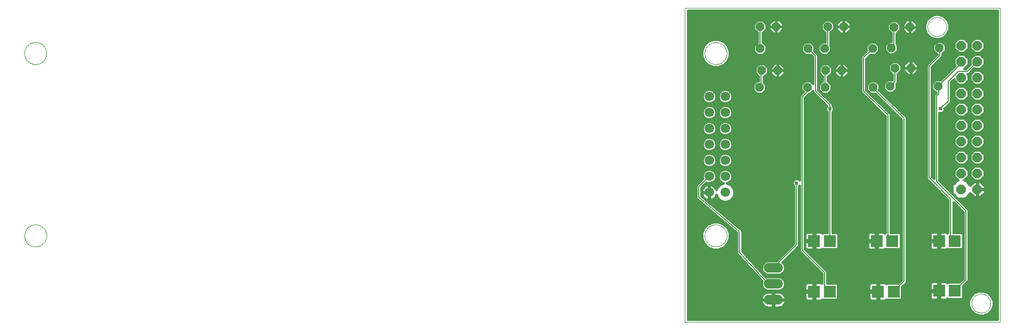
<source format=gtl>
G75*
G70*
%OFA0B0*%
%FSLAX24Y24*%
%IPPOS*%
%LPD*%
%AMOC8*
5,1,8,0,0,1.08239X$1,22.5*
%
%ADD10C,0.0000*%
%ADD11OC8,0.0600*%
%ADD12C,0.0594*%
%ADD13OC8,0.0520*%
%ADD14R,0.0768X0.0768*%
%ADD15C,0.0600*%
%ADD16C,0.0160*%
%ADD17C,0.0060*%
%ADD18C,0.0240*%
D10*
X001798Y006879D02*
X001800Y006931D01*
X001806Y006983D01*
X001816Y007034D01*
X001829Y007084D01*
X001847Y007134D01*
X001868Y007181D01*
X001892Y007227D01*
X001921Y007271D01*
X001952Y007313D01*
X001986Y007352D01*
X002023Y007389D01*
X002063Y007422D01*
X002106Y007453D01*
X002150Y007480D01*
X002196Y007504D01*
X002245Y007524D01*
X002294Y007540D01*
X002345Y007553D01*
X002396Y007562D01*
X002448Y007567D01*
X002500Y007568D01*
X002552Y007565D01*
X002604Y007558D01*
X002655Y007547D01*
X002705Y007533D01*
X002754Y007514D01*
X002801Y007492D01*
X002846Y007467D01*
X002890Y007438D01*
X002931Y007406D01*
X002970Y007371D01*
X003005Y007333D01*
X003038Y007292D01*
X003068Y007250D01*
X003094Y007205D01*
X003117Y007158D01*
X003136Y007109D01*
X003152Y007059D01*
X003164Y007009D01*
X003172Y006957D01*
X003176Y006905D01*
X003176Y006853D01*
X003172Y006801D01*
X003164Y006749D01*
X003152Y006699D01*
X003136Y006649D01*
X003117Y006600D01*
X003094Y006553D01*
X003068Y006508D01*
X003038Y006466D01*
X003005Y006425D01*
X002970Y006387D01*
X002931Y006352D01*
X002890Y006320D01*
X002846Y006291D01*
X002801Y006266D01*
X002754Y006244D01*
X002705Y006225D01*
X002655Y006211D01*
X002604Y006200D01*
X002552Y006193D01*
X002500Y006190D01*
X002448Y006191D01*
X002396Y006196D01*
X002345Y006205D01*
X002294Y006218D01*
X002245Y006234D01*
X002196Y006254D01*
X002150Y006278D01*
X002106Y006305D01*
X002063Y006336D01*
X002023Y006369D01*
X001986Y006406D01*
X001952Y006445D01*
X001921Y006487D01*
X001892Y006531D01*
X001868Y006577D01*
X001847Y006624D01*
X001829Y006674D01*
X001816Y006724D01*
X001806Y006775D01*
X001800Y006827D01*
X001798Y006879D01*
X001798Y018297D02*
X001800Y018349D01*
X001806Y018401D01*
X001816Y018452D01*
X001829Y018502D01*
X001847Y018552D01*
X001868Y018599D01*
X001892Y018645D01*
X001921Y018689D01*
X001952Y018731D01*
X001986Y018770D01*
X002023Y018807D01*
X002063Y018840D01*
X002106Y018871D01*
X002150Y018898D01*
X002196Y018922D01*
X002245Y018942D01*
X002294Y018958D01*
X002345Y018971D01*
X002396Y018980D01*
X002448Y018985D01*
X002500Y018986D01*
X002552Y018983D01*
X002604Y018976D01*
X002655Y018965D01*
X002705Y018951D01*
X002754Y018932D01*
X002801Y018910D01*
X002846Y018885D01*
X002890Y018856D01*
X002931Y018824D01*
X002970Y018789D01*
X003005Y018751D01*
X003038Y018710D01*
X003068Y018668D01*
X003094Y018623D01*
X003117Y018576D01*
X003136Y018527D01*
X003152Y018477D01*
X003164Y018427D01*
X003172Y018375D01*
X003176Y018323D01*
X003176Y018271D01*
X003172Y018219D01*
X003164Y018167D01*
X003152Y018117D01*
X003136Y018067D01*
X003117Y018018D01*
X003094Y017971D01*
X003068Y017926D01*
X003038Y017884D01*
X003005Y017843D01*
X002970Y017805D01*
X002931Y017770D01*
X002890Y017738D01*
X002846Y017709D01*
X002801Y017684D01*
X002754Y017662D01*
X002705Y017643D01*
X002655Y017629D01*
X002604Y017618D01*
X002552Y017611D01*
X002500Y017608D01*
X002448Y017609D01*
X002396Y017614D01*
X002345Y017623D01*
X002294Y017636D01*
X002245Y017652D01*
X002196Y017672D01*
X002150Y017696D01*
X002106Y017723D01*
X002063Y017754D01*
X002023Y017787D01*
X001986Y017824D01*
X001952Y017863D01*
X001921Y017905D01*
X001892Y017949D01*
X001868Y017995D01*
X001847Y018042D01*
X001829Y018092D01*
X001816Y018142D01*
X001806Y018193D01*
X001800Y018245D01*
X001798Y018297D01*
X043087Y021145D02*
X043087Y001460D01*
X062772Y001460D01*
X062772Y021145D01*
X043087Y021145D01*
X044318Y018297D02*
X044320Y018349D01*
X044326Y018401D01*
X044336Y018452D01*
X044349Y018502D01*
X044367Y018552D01*
X044388Y018599D01*
X044412Y018645D01*
X044441Y018689D01*
X044472Y018731D01*
X044506Y018770D01*
X044543Y018807D01*
X044583Y018840D01*
X044626Y018871D01*
X044670Y018898D01*
X044716Y018922D01*
X044765Y018942D01*
X044814Y018958D01*
X044865Y018971D01*
X044916Y018980D01*
X044968Y018985D01*
X045020Y018986D01*
X045072Y018983D01*
X045124Y018976D01*
X045175Y018965D01*
X045225Y018951D01*
X045274Y018932D01*
X045321Y018910D01*
X045366Y018885D01*
X045410Y018856D01*
X045451Y018824D01*
X045490Y018789D01*
X045525Y018751D01*
X045558Y018710D01*
X045588Y018668D01*
X045614Y018623D01*
X045637Y018576D01*
X045656Y018527D01*
X045672Y018477D01*
X045684Y018427D01*
X045692Y018375D01*
X045696Y018323D01*
X045696Y018271D01*
X045692Y018219D01*
X045684Y018167D01*
X045672Y018117D01*
X045656Y018067D01*
X045637Y018018D01*
X045614Y017971D01*
X045588Y017926D01*
X045558Y017884D01*
X045525Y017843D01*
X045490Y017805D01*
X045451Y017770D01*
X045410Y017738D01*
X045366Y017709D01*
X045321Y017684D01*
X045274Y017662D01*
X045225Y017643D01*
X045175Y017629D01*
X045124Y017618D01*
X045072Y017611D01*
X045020Y017608D01*
X044968Y017609D01*
X044916Y017614D01*
X044865Y017623D01*
X044814Y017636D01*
X044765Y017652D01*
X044716Y017672D01*
X044670Y017696D01*
X044626Y017723D01*
X044583Y017754D01*
X044543Y017787D01*
X044506Y017824D01*
X044472Y017863D01*
X044441Y017905D01*
X044412Y017949D01*
X044388Y017995D01*
X044367Y018042D01*
X044349Y018092D01*
X044336Y018142D01*
X044326Y018193D01*
X044320Y018245D01*
X044318Y018297D01*
X058244Y019964D02*
X058246Y020012D01*
X058252Y020060D01*
X058262Y020107D01*
X058275Y020153D01*
X058293Y020198D01*
X058313Y020242D01*
X058338Y020284D01*
X058366Y020323D01*
X058396Y020360D01*
X058430Y020394D01*
X058467Y020426D01*
X058505Y020455D01*
X058546Y020480D01*
X058589Y020502D01*
X058634Y020520D01*
X058680Y020534D01*
X058727Y020545D01*
X058775Y020552D01*
X058823Y020555D01*
X058871Y020554D01*
X058919Y020549D01*
X058967Y020540D01*
X059013Y020528D01*
X059058Y020511D01*
X059102Y020491D01*
X059144Y020468D01*
X059184Y020441D01*
X059222Y020411D01*
X059257Y020378D01*
X059289Y020342D01*
X059319Y020304D01*
X059345Y020263D01*
X059367Y020220D01*
X059387Y020176D01*
X059402Y020131D01*
X059414Y020084D01*
X059422Y020036D01*
X059426Y019988D01*
X059426Y019940D01*
X059422Y019892D01*
X059414Y019844D01*
X059402Y019797D01*
X059387Y019752D01*
X059367Y019708D01*
X059345Y019665D01*
X059319Y019624D01*
X059289Y019586D01*
X059257Y019550D01*
X059222Y019517D01*
X059184Y019487D01*
X059144Y019460D01*
X059102Y019437D01*
X059058Y019417D01*
X059013Y019400D01*
X058967Y019388D01*
X058919Y019379D01*
X058871Y019374D01*
X058823Y019373D01*
X058775Y019376D01*
X058727Y019383D01*
X058680Y019394D01*
X058634Y019408D01*
X058589Y019426D01*
X058546Y019448D01*
X058505Y019473D01*
X058467Y019502D01*
X058430Y019534D01*
X058396Y019568D01*
X058366Y019605D01*
X058338Y019644D01*
X058313Y019686D01*
X058293Y019730D01*
X058275Y019775D01*
X058262Y019821D01*
X058252Y019868D01*
X058246Y019916D01*
X058244Y019964D01*
X044318Y006879D02*
X044320Y006931D01*
X044326Y006983D01*
X044336Y007034D01*
X044349Y007084D01*
X044367Y007134D01*
X044388Y007181D01*
X044412Y007227D01*
X044441Y007271D01*
X044472Y007313D01*
X044506Y007352D01*
X044543Y007389D01*
X044583Y007422D01*
X044626Y007453D01*
X044670Y007480D01*
X044716Y007504D01*
X044765Y007524D01*
X044814Y007540D01*
X044865Y007553D01*
X044916Y007562D01*
X044968Y007567D01*
X045020Y007568D01*
X045072Y007565D01*
X045124Y007558D01*
X045175Y007547D01*
X045225Y007533D01*
X045274Y007514D01*
X045321Y007492D01*
X045366Y007467D01*
X045410Y007438D01*
X045451Y007406D01*
X045490Y007371D01*
X045525Y007333D01*
X045558Y007292D01*
X045588Y007250D01*
X045614Y007205D01*
X045637Y007158D01*
X045656Y007109D01*
X045672Y007059D01*
X045684Y007009D01*
X045692Y006957D01*
X045696Y006905D01*
X045696Y006853D01*
X045692Y006801D01*
X045684Y006749D01*
X045672Y006699D01*
X045656Y006649D01*
X045637Y006600D01*
X045614Y006553D01*
X045588Y006508D01*
X045558Y006466D01*
X045525Y006425D01*
X045490Y006387D01*
X045451Y006352D01*
X045410Y006320D01*
X045366Y006291D01*
X045321Y006266D01*
X045274Y006244D01*
X045225Y006225D01*
X045175Y006211D01*
X045124Y006200D01*
X045072Y006193D01*
X045020Y006190D01*
X044968Y006191D01*
X044916Y006196D01*
X044865Y006205D01*
X044814Y006218D01*
X044765Y006234D01*
X044716Y006254D01*
X044670Y006278D01*
X044626Y006305D01*
X044583Y006336D01*
X044543Y006369D01*
X044506Y006406D01*
X044472Y006445D01*
X044441Y006487D01*
X044412Y006531D01*
X044388Y006577D01*
X044367Y006624D01*
X044349Y006674D01*
X044336Y006724D01*
X044326Y006775D01*
X044320Y006827D01*
X044318Y006879D01*
X061000Y002641D02*
X061002Y002689D01*
X061008Y002737D01*
X061018Y002784D01*
X061031Y002830D01*
X061049Y002875D01*
X061069Y002919D01*
X061094Y002961D01*
X061122Y003000D01*
X061152Y003037D01*
X061186Y003071D01*
X061223Y003103D01*
X061261Y003132D01*
X061302Y003157D01*
X061345Y003179D01*
X061390Y003197D01*
X061436Y003211D01*
X061483Y003222D01*
X061531Y003229D01*
X061579Y003232D01*
X061627Y003231D01*
X061675Y003226D01*
X061723Y003217D01*
X061769Y003205D01*
X061814Y003188D01*
X061858Y003168D01*
X061900Y003145D01*
X061940Y003118D01*
X061978Y003088D01*
X062013Y003055D01*
X062045Y003019D01*
X062075Y002981D01*
X062101Y002940D01*
X062123Y002897D01*
X062143Y002853D01*
X062158Y002808D01*
X062170Y002761D01*
X062178Y002713D01*
X062182Y002665D01*
X062182Y002617D01*
X062178Y002569D01*
X062170Y002521D01*
X062158Y002474D01*
X062143Y002429D01*
X062123Y002385D01*
X062101Y002342D01*
X062075Y002301D01*
X062045Y002263D01*
X062013Y002227D01*
X061978Y002194D01*
X061940Y002164D01*
X061900Y002137D01*
X061858Y002114D01*
X061814Y002094D01*
X061769Y002077D01*
X061723Y002065D01*
X061675Y002056D01*
X061627Y002051D01*
X061579Y002050D01*
X061531Y002053D01*
X061483Y002060D01*
X061436Y002071D01*
X061390Y002085D01*
X061345Y002103D01*
X061302Y002125D01*
X061261Y002150D01*
X061223Y002179D01*
X061186Y002211D01*
X061152Y002245D01*
X061122Y002282D01*
X061094Y002321D01*
X061069Y002363D01*
X061049Y002407D01*
X061031Y002452D01*
X061018Y002498D01*
X061008Y002545D01*
X061002Y002593D01*
X061000Y002641D01*
D11*
X061351Y009781D03*
X060351Y009781D03*
X060351Y010781D03*
X061351Y010781D03*
X061351Y011781D03*
X060351Y011781D03*
X060351Y012781D03*
X061351Y012781D03*
X061351Y013781D03*
X060351Y013781D03*
X060351Y014781D03*
X061351Y014781D03*
X061351Y015781D03*
X060351Y015781D03*
X060351Y016781D03*
X061351Y016781D03*
X061351Y017781D03*
X060351Y017781D03*
X060351Y018781D03*
X061351Y018781D03*
D12*
X045597Y015588D03*
X044597Y015588D03*
X044597Y014588D03*
X045597Y014588D03*
X045597Y013588D03*
X044597Y013588D03*
X044597Y012588D03*
X045597Y012588D03*
X045597Y011588D03*
X044597Y011588D03*
X044597Y010588D03*
X045597Y010588D03*
X045597Y009588D03*
X044597Y009588D03*
D13*
X047747Y016180D03*
X047867Y017220D03*
X048867Y017220D03*
X050747Y016180D03*
X051827Y016180D03*
X051867Y017220D03*
X052867Y017220D03*
X054827Y016180D03*
X055921Y016240D03*
X056192Y017383D03*
X057192Y017383D03*
X058921Y016240D03*
X058990Y018645D03*
X055990Y018645D03*
X054794Y018596D03*
X051794Y018596D03*
X050778Y018589D03*
X047778Y018589D03*
X047776Y019972D03*
X048776Y019972D03*
X051994Y019969D03*
X052994Y019969D03*
X056134Y019948D03*
X057134Y019948D03*
D14*
X056054Y006549D03*
X055070Y006549D03*
X052136Y006549D03*
X051152Y006549D03*
X058962Y006549D03*
X059946Y006549D03*
X059941Y003429D03*
X058957Y003429D03*
X056127Y003380D03*
X055143Y003380D03*
X052127Y003380D03*
X051143Y003380D03*
D15*
X048907Y003860D02*
X048307Y003860D01*
X048307Y002860D02*
X048907Y002860D01*
X048907Y004860D02*
X048307Y004860D01*
D16*
X047926Y004630D02*
X047811Y004630D01*
X047934Y004611D02*
X048058Y004487D01*
X048219Y004420D01*
X048994Y004420D01*
X049156Y004487D01*
X049280Y004611D01*
X049347Y004772D01*
X049347Y004948D01*
X049280Y005109D01*
X049188Y005201D01*
X050117Y006130D01*
X050217Y006230D01*
X050217Y009982D01*
X050237Y010002D01*
X050237Y005910D01*
X050336Y005810D01*
X051637Y004510D01*
X051637Y003908D01*
X051596Y003932D01*
X051550Y003944D01*
X051191Y003944D01*
X051191Y003428D01*
X051095Y003428D01*
X051095Y003944D01*
X050735Y003944D01*
X050689Y003932D01*
X050648Y003908D01*
X050615Y003874D01*
X050591Y003833D01*
X050579Y003788D01*
X050579Y003428D01*
X051095Y003428D01*
X051095Y003332D01*
X051191Y003332D01*
X051191Y002816D01*
X051550Y002816D01*
X051596Y002828D01*
X051637Y002852D01*
X051663Y002878D01*
X051685Y002856D01*
X052569Y002856D01*
X052651Y002938D01*
X052651Y003822D01*
X052569Y003904D01*
X051977Y003904D01*
X051977Y004650D01*
X050577Y006050D01*
X050577Y015510D01*
X050797Y015730D01*
X050847Y015780D01*
X050913Y015780D01*
X051077Y015944D01*
X051077Y015870D01*
X051943Y015004D01*
X051906Y014967D01*
X051867Y014872D01*
X051867Y014768D01*
X051906Y014673D01*
X051957Y014622D01*
X051957Y007072D01*
X051694Y007072D01*
X051672Y007050D01*
X051646Y007076D01*
X051605Y007100D01*
X051560Y007112D01*
X051200Y007112D01*
X051200Y006596D01*
X051104Y006596D01*
X051104Y006501D01*
X050588Y006501D01*
X050588Y006141D01*
X050600Y006095D01*
X050624Y006054D01*
X050658Y006021D01*
X050699Y005997D01*
X050745Y005985D01*
X051104Y005985D01*
X051104Y006501D01*
X051200Y006501D01*
X051200Y005985D01*
X051560Y005985D01*
X051605Y005997D01*
X051646Y006021D01*
X051672Y006047D01*
X051694Y006025D01*
X052578Y006025D01*
X052660Y006107D01*
X052660Y006990D01*
X052578Y007072D01*
X052297Y007072D01*
X052297Y014622D01*
X052347Y014673D01*
X052387Y014768D01*
X052387Y014872D01*
X052347Y014967D01*
X052297Y015018D01*
X052297Y015130D01*
X052197Y015230D01*
X051417Y016010D01*
X051417Y018210D01*
X051317Y018310D01*
X051178Y018449D01*
X051178Y018754D01*
X050944Y018989D01*
X050612Y018989D01*
X050378Y018754D01*
X050378Y018423D01*
X050612Y018189D01*
X050944Y018189D01*
X050951Y018196D01*
X051077Y018070D01*
X051077Y016416D01*
X050913Y016580D01*
X050581Y016580D01*
X050347Y016346D01*
X050347Y016014D01*
X050474Y015887D01*
X050237Y015650D01*
X050237Y010358D01*
X050194Y010400D01*
X050099Y010440D01*
X049995Y010440D01*
X049900Y010400D01*
X049826Y010327D01*
X049787Y010232D01*
X049787Y010128D01*
X049826Y010033D01*
X049877Y009982D01*
X049877Y006370D01*
X048806Y005300D01*
X048219Y005300D01*
X048058Y005233D01*
X047934Y005109D01*
X047867Y004948D01*
X047867Y004772D01*
X047934Y004611D01*
X047956Y004472D02*
X048095Y004472D01*
X048102Y004313D02*
X051637Y004313D01*
X051637Y004155D02*
X049235Y004155D01*
X049280Y004109D02*
X049156Y004233D01*
X048994Y004300D01*
X048219Y004300D01*
X048143Y004268D01*
X046657Y005886D01*
X046657Y007078D01*
X046662Y007084D01*
X046657Y007147D01*
X046657Y007210D01*
X046651Y007216D01*
X046650Y007225D01*
X046602Y007265D01*
X046557Y007310D01*
X046549Y007310D01*
X044097Y009379D01*
X044097Y009870D01*
X044417Y010190D01*
X044511Y010151D01*
X044684Y010151D01*
X044845Y010218D01*
X044968Y010340D01*
X045034Y010501D01*
X045034Y010675D01*
X044968Y010835D01*
X044845Y010958D01*
X044684Y011025D01*
X044511Y011025D01*
X044350Y010958D01*
X044227Y010835D01*
X044161Y010675D01*
X044161Y010501D01*
X044186Y010440D01*
X043856Y010110D01*
X043757Y010010D01*
X043757Y009362D01*
X043752Y009356D01*
X043757Y009293D01*
X043757Y009230D01*
X043763Y009224D01*
X043763Y009215D01*
X043812Y009175D01*
X043856Y009130D01*
X043865Y009130D01*
X046317Y007061D01*
X046317Y005824D01*
X046314Y005757D01*
X046317Y005754D01*
X046317Y005750D01*
X046364Y005702D01*
X047901Y004029D01*
X047867Y003948D01*
X047867Y003772D01*
X047934Y003611D01*
X048058Y003487D01*
X048219Y003420D01*
X048994Y003420D01*
X049156Y003487D01*
X049280Y003611D01*
X049347Y003772D01*
X049347Y003948D01*
X049280Y004109D01*
X049327Y003996D02*
X051637Y003996D01*
X051977Y003996D02*
X056502Y003996D01*
X056410Y003904D02*
X056597Y004090D01*
X056597Y014150D01*
X054966Y015780D01*
X054661Y015780D01*
X054427Y016014D01*
X054427Y016346D01*
X054661Y016580D01*
X054993Y016580D01*
X055227Y016346D01*
X055227Y016014D01*
X055220Y016007D01*
X056937Y014290D01*
X056937Y003950D01*
X056837Y003850D01*
X056651Y003663D01*
X056651Y002938D01*
X056569Y002856D01*
X055685Y002856D01*
X055663Y002878D01*
X055637Y002852D01*
X055596Y002828D01*
X055550Y002816D01*
X055191Y002816D01*
X055191Y003332D01*
X055095Y003332D01*
X055095Y002816D01*
X054735Y002816D01*
X054689Y002828D01*
X054648Y002852D01*
X054615Y002886D01*
X054591Y002927D01*
X054579Y002972D01*
X054579Y003332D01*
X055095Y003332D01*
X055095Y003428D01*
X055095Y003944D01*
X054735Y003944D01*
X054689Y003932D01*
X054648Y003908D01*
X054615Y003874D01*
X054591Y003833D01*
X054579Y003788D01*
X054579Y003428D01*
X055095Y003428D01*
X055191Y003428D01*
X055191Y003944D01*
X055550Y003944D01*
X055596Y003932D01*
X055637Y003908D01*
X055663Y003882D01*
X055685Y003904D01*
X056410Y003904D01*
X056666Y003679D02*
X058393Y003679D01*
X058393Y003836D02*
X058393Y003476D01*
X058909Y003476D01*
X058909Y003381D01*
X058393Y003381D01*
X058393Y003021D01*
X058405Y002975D01*
X058429Y002934D01*
X058462Y002901D01*
X058503Y002877D01*
X058549Y002865D01*
X058909Y002865D01*
X058909Y003381D01*
X059005Y003381D01*
X059005Y002865D01*
X059364Y002865D01*
X059410Y002877D01*
X059451Y002901D01*
X059477Y002927D01*
X059499Y002905D01*
X060383Y002905D01*
X060465Y002987D01*
X060465Y003718D01*
X060717Y003970D01*
X060717Y003970D01*
X060817Y004070D01*
X060817Y008490D01*
X058977Y010330D01*
X058977Y014568D01*
X058995Y014560D01*
X059099Y014560D01*
X059194Y014600D01*
X059267Y014673D01*
X059307Y014768D01*
X059307Y014840D01*
X059697Y015230D01*
X059697Y016470D01*
X059911Y016684D01*
X059911Y016599D01*
X060169Y016341D01*
X060534Y016341D01*
X060791Y016599D01*
X060791Y016963D01*
X060745Y017010D01*
X060797Y017010D01*
X060897Y017110D01*
X061149Y017361D01*
X061169Y017341D01*
X061534Y017341D01*
X061791Y017599D01*
X061791Y017963D01*
X061534Y018221D01*
X061169Y018221D01*
X060911Y017963D01*
X060911Y017605D01*
X060656Y017350D01*
X060543Y017350D01*
X060791Y017599D01*
X060791Y017963D01*
X060534Y018221D01*
X060169Y018221D01*
X059911Y017963D01*
X059911Y017599D01*
X059968Y017542D01*
X059066Y016640D01*
X058755Y016640D01*
X058521Y016405D01*
X058521Y016074D01*
X058755Y015840D01*
X058757Y015840D01*
X058757Y015810D01*
X058637Y015690D01*
X058637Y010470D01*
X058497Y010610D01*
X058497Y017430D01*
X059077Y018010D01*
X059177Y018110D01*
X059177Y018265D01*
X059390Y018479D01*
X059390Y018810D01*
X059156Y019045D01*
X058825Y019045D01*
X058590Y018810D01*
X058590Y018479D01*
X058825Y018245D01*
X058831Y018245D01*
X058157Y017570D01*
X058157Y010470D01*
X058256Y010370D01*
X058256Y010370D01*
X059517Y009110D01*
X059517Y007072D01*
X059504Y007072D01*
X059482Y007050D01*
X059456Y007076D01*
X059415Y007100D01*
X059369Y007112D01*
X059010Y007112D01*
X059010Y006596D01*
X058914Y006596D01*
X058914Y006501D01*
X058398Y006501D01*
X058398Y006141D01*
X058410Y006095D01*
X058434Y006054D01*
X058467Y006021D01*
X058509Y005997D01*
X058554Y005985D01*
X058914Y005985D01*
X058914Y006501D01*
X059010Y006501D01*
X059010Y005985D01*
X059369Y005985D01*
X059415Y005997D01*
X059456Y006021D01*
X059482Y006047D01*
X059504Y006025D01*
X060388Y006025D01*
X060470Y006107D01*
X060470Y006990D01*
X060388Y007072D01*
X059857Y007072D01*
X059857Y008970D01*
X060477Y008350D01*
X060477Y004210D01*
X060219Y003952D01*
X059499Y003952D01*
X059477Y003930D01*
X059451Y003956D01*
X059410Y003980D01*
X059364Y003992D01*
X059005Y003992D01*
X059005Y003476D01*
X058909Y003476D01*
X058909Y003992D01*
X058549Y003992D01*
X058503Y003980D01*
X058462Y003956D01*
X058429Y003923D01*
X058405Y003882D01*
X058393Y003836D01*
X058393Y003838D02*
X056825Y003838D01*
X056937Y003996D02*
X060262Y003996D01*
X060421Y004155D02*
X056937Y004155D01*
X056937Y004313D02*
X060477Y004313D01*
X060477Y004472D02*
X056937Y004472D01*
X056937Y004630D02*
X060477Y004630D01*
X060477Y004789D02*
X056937Y004789D01*
X056937Y004947D02*
X060477Y004947D01*
X060477Y005106D02*
X056937Y005106D01*
X056937Y005264D02*
X060477Y005264D01*
X060477Y005423D02*
X056937Y005423D01*
X056937Y005581D02*
X060477Y005581D01*
X060477Y005740D02*
X056937Y005740D01*
X056937Y005898D02*
X060477Y005898D01*
X060477Y006057D02*
X060420Y006057D01*
X060470Y006215D02*
X060477Y006215D01*
X060470Y006374D02*
X060477Y006374D01*
X060470Y006532D02*
X060477Y006532D01*
X060470Y006691D02*
X060477Y006691D01*
X060470Y006849D02*
X060477Y006849D01*
X060477Y007008D02*
X060453Y007008D01*
X060477Y007166D02*
X059857Y007166D01*
X059857Y007325D02*
X060477Y007325D01*
X060477Y007483D02*
X059857Y007483D01*
X059857Y007642D02*
X060477Y007642D01*
X060477Y007800D02*
X059857Y007800D01*
X059857Y007959D02*
X060477Y007959D01*
X060477Y008117D02*
X059857Y008117D01*
X059857Y008276D02*
X060477Y008276D01*
X060392Y008434D02*
X059857Y008434D01*
X059857Y008593D02*
X060234Y008593D01*
X060075Y008751D02*
X059857Y008751D01*
X059857Y008910D02*
X059917Y008910D01*
X060239Y009068D02*
X062592Y009068D01*
X062592Y008910D02*
X060398Y008910D01*
X060556Y008751D02*
X062592Y008751D01*
X062592Y008593D02*
X060715Y008593D01*
X060817Y008434D02*
X062592Y008434D01*
X062592Y008276D02*
X060817Y008276D01*
X060817Y008117D02*
X062592Y008117D01*
X062592Y007959D02*
X060817Y007959D01*
X060817Y007800D02*
X062592Y007800D01*
X062592Y007642D02*
X060817Y007642D01*
X060817Y007483D02*
X062592Y007483D01*
X062592Y007325D02*
X060817Y007325D01*
X060817Y007166D02*
X062592Y007166D01*
X062592Y007008D02*
X060817Y007008D01*
X060817Y006849D02*
X062592Y006849D01*
X062592Y006691D02*
X060817Y006691D01*
X060817Y006532D02*
X062592Y006532D01*
X062592Y006374D02*
X060817Y006374D01*
X060817Y006215D02*
X062592Y006215D01*
X062592Y006057D02*
X060817Y006057D01*
X060817Y005898D02*
X062592Y005898D01*
X062592Y005740D02*
X060817Y005740D01*
X060817Y005581D02*
X062592Y005581D01*
X062592Y005423D02*
X060817Y005423D01*
X060817Y005264D02*
X062592Y005264D01*
X062592Y005106D02*
X060817Y005106D01*
X060817Y004947D02*
X062592Y004947D01*
X062592Y004789D02*
X060817Y004789D01*
X060817Y004630D02*
X062592Y004630D01*
X062592Y004472D02*
X060817Y004472D01*
X060817Y004313D02*
X062592Y004313D01*
X062592Y004155D02*
X060817Y004155D01*
X060743Y003996D02*
X062592Y003996D01*
X062592Y003838D02*
X060585Y003838D01*
X060465Y003679D02*
X062592Y003679D01*
X062592Y003521D02*
X060465Y003521D01*
X060465Y003362D02*
X061318Y003362D01*
X061438Y003412D02*
X061154Y003294D01*
X060938Y003078D01*
X060820Y002794D01*
X060820Y002488D01*
X060938Y002205D01*
X061154Y001988D01*
X061438Y001871D01*
X061744Y001871D01*
X062027Y001988D01*
X062244Y002205D01*
X062361Y002488D01*
X062361Y002794D01*
X062244Y003078D01*
X062027Y003294D01*
X061744Y003412D01*
X061438Y003412D01*
X061064Y003204D02*
X060465Y003204D01*
X060465Y003045D02*
X060924Y003045D01*
X060858Y002887D02*
X059427Y002887D01*
X059005Y002887D02*
X058909Y002887D01*
X058909Y003045D02*
X059005Y003045D01*
X059005Y003204D02*
X058909Y003204D01*
X058909Y003362D02*
X059005Y003362D01*
X059005Y003521D02*
X058909Y003521D01*
X058909Y003679D02*
X059005Y003679D01*
X059005Y003838D02*
X058909Y003838D01*
X058393Y003521D02*
X056651Y003521D01*
X056651Y003362D02*
X058393Y003362D01*
X058393Y003204D02*
X056651Y003204D01*
X056651Y003045D02*
X058393Y003045D01*
X058487Y002887D02*
X056599Y002887D01*
X055191Y002887D02*
X055095Y002887D01*
X055095Y003045D02*
X055191Y003045D01*
X055191Y003204D02*
X055095Y003204D01*
X055095Y003362D02*
X052651Y003362D01*
X052651Y003204D02*
X054579Y003204D01*
X054579Y003045D02*
X052651Y003045D01*
X052599Y002887D02*
X054614Y002887D01*
X054579Y003521D02*
X052651Y003521D01*
X052651Y003679D02*
X054579Y003679D01*
X054593Y003838D02*
X052635Y003838D01*
X051977Y004155D02*
X056597Y004155D01*
X056597Y004313D02*
X051977Y004313D01*
X051977Y004472D02*
X056597Y004472D01*
X056597Y004630D02*
X051977Y004630D01*
X051839Y004789D02*
X056597Y004789D01*
X056597Y004947D02*
X051680Y004947D01*
X051522Y005106D02*
X056597Y005106D01*
X056597Y005264D02*
X051363Y005264D01*
X051205Y005423D02*
X056597Y005423D01*
X056597Y005581D02*
X051046Y005581D01*
X050888Y005740D02*
X056597Y005740D01*
X056597Y005898D02*
X050729Y005898D01*
X050623Y006057D02*
X050577Y006057D01*
X050577Y006215D02*
X050588Y006215D01*
X050577Y006374D02*
X050588Y006374D01*
X050577Y006532D02*
X051104Y006532D01*
X051104Y006596D02*
X050588Y006596D01*
X050588Y006956D01*
X050600Y007002D01*
X050624Y007043D01*
X050658Y007076D01*
X050699Y007100D01*
X050745Y007112D01*
X051104Y007112D01*
X051104Y006596D01*
X051104Y006691D02*
X051200Y006691D01*
X051200Y006849D02*
X051104Y006849D01*
X051104Y007008D02*
X051200Y007008D01*
X050604Y007008D02*
X050577Y007008D01*
X050577Y007166D02*
X051957Y007166D01*
X051957Y007325D02*
X050577Y007325D01*
X050577Y007483D02*
X051957Y007483D01*
X051957Y007642D02*
X050577Y007642D01*
X050577Y007800D02*
X051957Y007800D01*
X051957Y007959D02*
X050577Y007959D01*
X050577Y008117D02*
X051957Y008117D01*
X051957Y008276D02*
X050577Y008276D01*
X050577Y008434D02*
X051957Y008434D01*
X051957Y008593D02*
X050577Y008593D01*
X050577Y008751D02*
X051957Y008751D01*
X051957Y008910D02*
X050577Y008910D01*
X050577Y009068D02*
X051957Y009068D01*
X051957Y009227D02*
X050577Y009227D01*
X050577Y009385D02*
X051957Y009385D01*
X051957Y009544D02*
X050577Y009544D01*
X050577Y009702D02*
X051957Y009702D01*
X051957Y009861D02*
X050577Y009861D01*
X050577Y010019D02*
X051957Y010019D01*
X051957Y010178D02*
X050577Y010178D01*
X050577Y010336D02*
X051957Y010336D01*
X051957Y010495D02*
X050577Y010495D01*
X050577Y010653D02*
X051957Y010653D01*
X051957Y010812D02*
X050577Y010812D01*
X050577Y010970D02*
X051957Y010970D01*
X051957Y011129D02*
X050577Y011129D01*
X050577Y011287D02*
X051957Y011287D01*
X051957Y011446D02*
X050577Y011446D01*
X050577Y011604D02*
X051957Y011604D01*
X051957Y011763D02*
X050577Y011763D01*
X050577Y011921D02*
X051957Y011921D01*
X051957Y012080D02*
X050577Y012080D01*
X050577Y012238D02*
X051957Y012238D01*
X051957Y012397D02*
X050577Y012397D01*
X050577Y012555D02*
X051957Y012555D01*
X051957Y012714D02*
X050577Y012714D01*
X050577Y012872D02*
X051957Y012872D01*
X051957Y013031D02*
X050577Y013031D01*
X050577Y013189D02*
X051957Y013189D01*
X051957Y013348D02*
X050577Y013348D01*
X050577Y013506D02*
X051957Y013506D01*
X051957Y013665D02*
X050577Y013665D01*
X050577Y013823D02*
X051957Y013823D01*
X051957Y013982D02*
X050577Y013982D01*
X050577Y014140D02*
X051957Y014140D01*
X051957Y014299D02*
X050577Y014299D01*
X050577Y014457D02*
X051957Y014457D01*
X051957Y014616D02*
X050577Y014616D01*
X050577Y014774D02*
X051867Y014774D01*
X051892Y014933D02*
X050577Y014933D01*
X050577Y015091D02*
X051855Y015091D01*
X051697Y015250D02*
X050577Y015250D01*
X050577Y015408D02*
X051538Y015408D01*
X051380Y015567D02*
X050634Y015567D01*
X050792Y015725D02*
X051221Y015725D01*
X051077Y015884D02*
X051016Y015884D01*
X051417Y016042D02*
X051427Y016042D01*
X051427Y016014D02*
X051661Y015780D01*
X051993Y015780D01*
X052227Y016014D01*
X052227Y016346D01*
X052017Y016556D01*
X052017Y016820D01*
X052033Y016820D01*
X052267Y017054D01*
X052267Y017386D01*
X052033Y017620D01*
X051701Y017620D01*
X051467Y017386D01*
X051467Y017054D01*
X051677Y016844D01*
X051677Y016580D01*
X051661Y016580D01*
X051427Y016346D01*
X051427Y016014D01*
X051544Y015884D02*
X051558Y015884D01*
X051702Y015725D02*
X054221Y015725D01*
X054176Y015770D02*
X055597Y014350D01*
X055597Y007057D01*
X055590Y007050D01*
X055564Y007076D01*
X055523Y007100D01*
X055477Y007112D01*
X055118Y007112D01*
X055118Y006596D01*
X055022Y006596D01*
X055022Y006501D01*
X054506Y006501D01*
X054506Y006141D01*
X054518Y006095D01*
X054542Y006054D01*
X054575Y006021D01*
X054616Y005997D01*
X054662Y005985D01*
X055022Y005985D01*
X055022Y006501D01*
X055118Y006501D01*
X055118Y005985D01*
X055477Y005985D01*
X055523Y005997D01*
X055564Y006021D01*
X055590Y006047D01*
X055612Y006025D01*
X056496Y006025D01*
X056578Y006107D01*
X056578Y006990D01*
X056496Y007072D01*
X055937Y007072D01*
X055937Y014490D01*
X054417Y016010D01*
X054417Y017950D01*
X054664Y018196D01*
X054960Y018196D01*
X055194Y018431D01*
X055194Y018762D01*
X054960Y018996D01*
X054628Y018996D01*
X054394Y018762D01*
X054394Y018431D01*
X054405Y018419D01*
X054077Y018090D01*
X054077Y015870D01*
X054176Y015770D01*
X054077Y015884D02*
X052096Y015884D01*
X052227Y016042D02*
X054077Y016042D01*
X054077Y016201D02*
X052227Y016201D01*
X052214Y016359D02*
X054077Y016359D01*
X054077Y016518D02*
X052055Y016518D01*
X052017Y016676D02*
X054077Y016676D01*
X054077Y016835D02*
X053104Y016835D01*
X053049Y016780D02*
X053307Y017038D01*
X053307Y017220D01*
X053307Y017402D01*
X053049Y017660D01*
X052867Y017660D01*
X052867Y017220D01*
X053307Y017220D01*
X052867Y017220D01*
X052867Y017220D01*
X052867Y016780D01*
X053049Y016780D01*
X052867Y016780D02*
X052867Y017220D01*
X052867Y017220D01*
X052867Y017220D01*
X052867Y017660D01*
X052685Y017660D01*
X052427Y017402D01*
X052427Y017220D01*
X052427Y017038D01*
X052685Y016780D01*
X052867Y016780D01*
X052867Y016835D02*
X052867Y016835D01*
X052867Y016993D02*
X052867Y016993D01*
X052867Y017152D02*
X052867Y017152D01*
X052867Y017220D02*
X052427Y017220D01*
X052867Y017220D01*
X052867Y017220D01*
X052867Y017310D02*
X052867Y017310D01*
X052867Y017469D02*
X052867Y017469D01*
X052867Y017627D02*
X052867Y017627D01*
X053082Y017627D02*
X054077Y017627D01*
X054077Y017469D02*
X053241Y017469D01*
X053307Y017310D02*
X054077Y017310D01*
X054077Y017152D02*
X053307Y017152D01*
X053262Y016993D02*
X054077Y016993D01*
X054417Y016993D02*
X056016Y016993D01*
X056026Y016983D02*
X056037Y016983D01*
X056037Y016640D01*
X055755Y016640D01*
X055521Y016405D01*
X055521Y016074D01*
X055755Y015840D01*
X056087Y015840D01*
X056321Y016074D01*
X056321Y016405D01*
X056317Y016409D01*
X056377Y016470D01*
X056377Y017002D01*
X056592Y017217D01*
X056592Y017549D01*
X056358Y017783D01*
X056026Y017783D01*
X055792Y017549D01*
X055792Y017217D01*
X056026Y016983D01*
X056037Y016835D02*
X054417Y016835D01*
X054417Y016676D02*
X056037Y016676D01*
X056377Y016676D02*
X058157Y016676D01*
X058157Y016518D02*
X056377Y016518D01*
X056321Y016359D02*
X058157Y016359D01*
X058157Y016201D02*
X056321Y016201D01*
X056289Y016042D02*
X058157Y016042D01*
X058157Y015884D02*
X056131Y015884D01*
X055711Y015884D02*
X055344Y015884D01*
X055227Y016042D02*
X055553Y016042D01*
X055521Y016201D02*
X055227Y016201D01*
X055214Y016359D02*
X055521Y016359D01*
X055633Y016518D02*
X055055Y016518D01*
X054599Y016518D02*
X054417Y016518D01*
X054417Y016359D02*
X054440Y016359D01*
X054427Y016201D02*
X054417Y016201D01*
X054417Y016042D02*
X054427Y016042D01*
X054544Y015884D02*
X054558Y015884D01*
X054702Y015725D02*
X055021Y015725D01*
X054861Y015567D02*
X055180Y015567D01*
X055338Y015408D02*
X055019Y015408D01*
X055178Y015250D02*
X055497Y015250D01*
X055655Y015091D02*
X055336Y015091D01*
X055495Y014933D02*
X055814Y014933D01*
X055972Y014774D02*
X055653Y014774D01*
X055812Y014616D02*
X056131Y014616D01*
X056289Y014457D02*
X055937Y014457D01*
X055937Y014299D02*
X056448Y014299D01*
X056597Y014140D02*
X055937Y014140D01*
X055937Y013982D02*
X056597Y013982D01*
X056597Y013823D02*
X055937Y013823D01*
X055937Y013665D02*
X056597Y013665D01*
X056597Y013506D02*
X055937Y013506D01*
X055937Y013348D02*
X056597Y013348D01*
X056597Y013189D02*
X055937Y013189D01*
X055937Y013031D02*
X056597Y013031D01*
X056597Y012872D02*
X055937Y012872D01*
X055937Y012714D02*
X056597Y012714D01*
X056597Y012555D02*
X055937Y012555D01*
X055937Y012397D02*
X056597Y012397D01*
X056597Y012238D02*
X055937Y012238D01*
X055937Y012080D02*
X056597Y012080D01*
X056597Y011921D02*
X055937Y011921D01*
X055937Y011763D02*
X056597Y011763D01*
X056597Y011604D02*
X055937Y011604D01*
X055937Y011446D02*
X056597Y011446D01*
X056597Y011287D02*
X055937Y011287D01*
X055937Y011129D02*
X056597Y011129D01*
X056597Y010970D02*
X055937Y010970D01*
X055937Y010812D02*
X056597Y010812D01*
X056597Y010653D02*
X055937Y010653D01*
X055937Y010495D02*
X056597Y010495D01*
X056597Y010336D02*
X055937Y010336D01*
X055937Y010178D02*
X056597Y010178D01*
X056597Y010019D02*
X055937Y010019D01*
X055937Y009861D02*
X056597Y009861D01*
X056597Y009702D02*
X055937Y009702D01*
X055937Y009544D02*
X056597Y009544D01*
X056597Y009385D02*
X055937Y009385D01*
X055937Y009227D02*
X056597Y009227D01*
X056597Y009068D02*
X055937Y009068D01*
X055937Y008910D02*
X056597Y008910D01*
X056597Y008751D02*
X055937Y008751D01*
X055937Y008593D02*
X056597Y008593D01*
X056597Y008434D02*
X055937Y008434D01*
X055937Y008276D02*
X056597Y008276D01*
X056597Y008117D02*
X055937Y008117D01*
X055937Y007959D02*
X056597Y007959D01*
X056597Y007800D02*
X055937Y007800D01*
X055937Y007642D02*
X056597Y007642D01*
X056597Y007483D02*
X055937Y007483D01*
X055937Y007325D02*
X056597Y007325D01*
X056597Y007166D02*
X055937Y007166D01*
X055597Y007166D02*
X052297Y007166D01*
X052297Y007325D02*
X055597Y007325D01*
X055597Y007483D02*
X052297Y007483D01*
X052297Y007642D02*
X055597Y007642D01*
X055597Y007800D02*
X052297Y007800D01*
X052297Y007959D02*
X055597Y007959D01*
X055597Y008117D02*
X052297Y008117D01*
X052297Y008276D02*
X055597Y008276D01*
X055597Y008434D02*
X052297Y008434D01*
X052297Y008593D02*
X055597Y008593D01*
X055597Y008751D02*
X052297Y008751D01*
X052297Y008910D02*
X055597Y008910D01*
X055597Y009068D02*
X052297Y009068D01*
X052297Y009227D02*
X055597Y009227D01*
X055597Y009385D02*
X052297Y009385D01*
X052297Y009544D02*
X055597Y009544D01*
X055597Y009702D02*
X052297Y009702D01*
X052297Y009861D02*
X055597Y009861D01*
X055597Y010019D02*
X052297Y010019D01*
X052297Y010178D02*
X055597Y010178D01*
X055597Y010336D02*
X052297Y010336D01*
X052297Y010495D02*
X055597Y010495D01*
X055597Y010653D02*
X052297Y010653D01*
X052297Y010812D02*
X055597Y010812D01*
X055597Y010970D02*
X052297Y010970D01*
X052297Y011129D02*
X055597Y011129D01*
X055597Y011287D02*
X052297Y011287D01*
X052297Y011446D02*
X055597Y011446D01*
X055597Y011604D02*
X052297Y011604D01*
X052297Y011763D02*
X055597Y011763D01*
X055597Y011921D02*
X052297Y011921D01*
X052297Y012080D02*
X055597Y012080D01*
X055597Y012238D02*
X052297Y012238D01*
X052297Y012397D02*
X055597Y012397D01*
X055597Y012555D02*
X052297Y012555D01*
X052297Y012714D02*
X055597Y012714D01*
X055597Y012872D02*
X052297Y012872D01*
X052297Y013031D02*
X055597Y013031D01*
X055597Y013189D02*
X052297Y013189D01*
X052297Y013348D02*
X055597Y013348D01*
X055597Y013506D02*
X052297Y013506D01*
X052297Y013665D02*
X055597Y013665D01*
X055597Y013823D02*
X052297Y013823D01*
X052297Y013982D02*
X055597Y013982D01*
X055597Y014140D02*
X052297Y014140D01*
X052297Y014299D02*
X055597Y014299D01*
X055489Y014457D02*
X052297Y014457D01*
X052297Y014616D02*
X055331Y014616D01*
X055172Y014774D02*
X052387Y014774D01*
X052362Y014933D02*
X055014Y014933D01*
X054855Y015091D02*
X052297Y015091D01*
X052178Y015250D02*
X054697Y015250D01*
X054538Y015408D02*
X052019Y015408D01*
X051861Y015567D02*
X054380Y015567D01*
X055502Y015725D02*
X058157Y015725D01*
X058157Y015567D02*
X055661Y015567D01*
X055819Y015408D02*
X058157Y015408D01*
X058157Y015250D02*
X055978Y015250D01*
X056136Y015091D02*
X058157Y015091D01*
X058157Y014933D02*
X056295Y014933D01*
X056453Y014774D02*
X058157Y014774D01*
X058157Y014616D02*
X056612Y014616D01*
X056770Y014457D02*
X058157Y014457D01*
X058157Y014299D02*
X056929Y014299D01*
X056937Y014140D02*
X058157Y014140D01*
X058157Y013982D02*
X056937Y013982D01*
X056937Y013823D02*
X058157Y013823D01*
X058157Y013665D02*
X056937Y013665D01*
X056937Y013506D02*
X058157Y013506D01*
X058157Y013348D02*
X056937Y013348D01*
X056937Y013189D02*
X058157Y013189D01*
X058157Y013031D02*
X056937Y013031D01*
X056937Y012872D02*
X058157Y012872D01*
X058157Y012714D02*
X056937Y012714D01*
X056937Y012555D02*
X058157Y012555D01*
X058157Y012397D02*
X056937Y012397D01*
X056937Y012238D02*
X058157Y012238D01*
X058157Y012080D02*
X056937Y012080D01*
X056937Y011921D02*
X058157Y011921D01*
X058157Y011763D02*
X056937Y011763D01*
X056937Y011604D02*
X058157Y011604D01*
X058157Y011446D02*
X056937Y011446D01*
X056937Y011287D02*
X058157Y011287D01*
X058157Y011129D02*
X056937Y011129D01*
X056937Y010970D02*
X058157Y010970D01*
X058157Y010812D02*
X056937Y010812D01*
X056937Y010653D02*
X058157Y010653D01*
X058157Y010495D02*
X056937Y010495D01*
X056937Y010336D02*
X058290Y010336D01*
X058449Y010178D02*
X056937Y010178D01*
X056937Y010019D02*
X058607Y010019D01*
X058766Y009861D02*
X056937Y009861D01*
X056937Y009702D02*
X058924Y009702D01*
X059083Y009544D02*
X056937Y009544D01*
X056937Y009385D02*
X059241Y009385D01*
X059400Y009227D02*
X056937Y009227D01*
X056937Y009068D02*
X059517Y009068D01*
X059517Y008910D02*
X056937Y008910D01*
X056937Y008751D02*
X059517Y008751D01*
X059517Y008593D02*
X056937Y008593D01*
X056937Y008434D02*
X059517Y008434D01*
X059517Y008276D02*
X056937Y008276D01*
X056937Y008117D02*
X059517Y008117D01*
X059517Y007959D02*
X056937Y007959D01*
X056937Y007800D02*
X059517Y007800D01*
X059517Y007642D02*
X056937Y007642D01*
X056937Y007483D02*
X059517Y007483D01*
X059517Y007325D02*
X056937Y007325D01*
X056937Y007166D02*
X059517Y007166D01*
X059010Y007008D02*
X058914Y007008D01*
X058914Y007112D02*
X058554Y007112D01*
X058509Y007100D01*
X058467Y007076D01*
X058434Y007043D01*
X058410Y007002D01*
X058398Y006956D01*
X058398Y006596D01*
X058914Y006596D01*
X058914Y007112D01*
X058914Y006849D02*
X059010Y006849D01*
X059010Y006691D02*
X058914Y006691D01*
X058914Y006532D02*
X056937Y006532D01*
X056937Y006374D02*
X058398Y006374D01*
X058398Y006215D02*
X056937Y006215D01*
X056937Y006057D02*
X058433Y006057D01*
X058914Y006057D02*
X059010Y006057D01*
X059010Y006215D02*
X058914Y006215D01*
X058914Y006374D02*
X059010Y006374D01*
X058398Y006691D02*
X056937Y006691D01*
X056937Y006849D02*
X058398Y006849D01*
X058414Y007008D02*
X056937Y007008D01*
X056597Y007008D02*
X056561Y007008D01*
X056578Y006849D02*
X056597Y006849D01*
X056597Y006691D02*
X056578Y006691D01*
X056578Y006532D02*
X056597Y006532D01*
X056597Y006374D02*
X056578Y006374D01*
X056578Y006215D02*
X056597Y006215D01*
X056597Y006057D02*
X056528Y006057D01*
X055118Y006057D02*
X055022Y006057D01*
X055022Y006215D02*
X055118Y006215D01*
X055118Y006374D02*
X055022Y006374D01*
X055022Y006532D02*
X052660Y006532D01*
X052660Y006374D02*
X054506Y006374D01*
X054506Y006215D02*
X052660Y006215D01*
X052610Y006057D02*
X054540Y006057D01*
X054506Y006596D02*
X055022Y006596D01*
X055022Y007112D01*
X054662Y007112D01*
X054616Y007100D01*
X054575Y007076D01*
X054542Y007043D01*
X054518Y007002D01*
X054506Y006956D01*
X054506Y006596D01*
X054506Y006691D02*
X052660Y006691D01*
X052660Y006849D02*
X054506Y006849D01*
X054521Y007008D02*
X052643Y007008D01*
X051200Y006374D02*
X051104Y006374D01*
X051104Y006215D02*
X051200Y006215D01*
X051200Y006057D02*
X051104Y006057D01*
X050407Y005740D02*
X049727Y005740D01*
X049885Y005898D02*
X050248Y005898D01*
X050237Y006057D02*
X050044Y006057D01*
X050202Y006215D02*
X050237Y006215D01*
X050237Y006374D02*
X050217Y006374D01*
X050217Y006532D02*
X050237Y006532D01*
X050237Y006691D02*
X050217Y006691D01*
X050217Y006849D02*
X050237Y006849D01*
X050237Y007008D02*
X050217Y007008D01*
X050217Y007166D02*
X050237Y007166D01*
X050237Y007325D02*
X050217Y007325D01*
X050217Y007483D02*
X050237Y007483D01*
X050237Y007642D02*
X050217Y007642D01*
X050217Y007800D02*
X050237Y007800D01*
X050237Y007959D02*
X050217Y007959D01*
X050217Y008117D02*
X050237Y008117D01*
X050237Y008276D02*
X050217Y008276D01*
X050217Y008434D02*
X050237Y008434D01*
X050237Y008593D02*
X050217Y008593D01*
X050217Y008751D02*
X050237Y008751D01*
X050237Y008910D02*
X050217Y008910D01*
X050217Y009068D02*
X050237Y009068D01*
X050237Y009227D02*
X050217Y009227D01*
X050217Y009385D02*
X050237Y009385D01*
X050237Y009544D02*
X050217Y009544D01*
X050217Y009702D02*
X050237Y009702D01*
X050237Y009861D02*
X050217Y009861D01*
X049877Y009861D02*
X046109Y009861D01*
X046086Y009915D02*
X045924Y010077D01*
X045715Y010164D01*
X045845Y010218D01*
X045968Y010340D01*
X046034Y010501D01*
X046034Y010675D01*
X045968Y010835D01*
X045845Y010958D01*
X045684Y011025D01*
X045511Y011025D01*
X045350Y010958D01*
X045227Y010835D01*
X045161Y010675D01*
X045161Y010501D01*
X045227Y010340D01*
X045350Y010218D01*
X045480Y010164D01*
X045271Y010077D01*
X045108Y009915D01*
X045044Y009758D01*
X045039Y009771D01*
X045005Y009838D01*
X044961Y009899D01*
X044908Y009952D01*
X044847Y009996D01*
X044780Y010030D01*
X044709Y010053D01*
X044635Y010065D01*
X044616Y010065D01*
X044616Y009606D01*
X044579Y009606D01*
X044579Y009569D01*
X044616Y009569D01*
X044616Y009111D01*
X044635Y009111D01*
X044709Y009123D01*
X044780Y009146D01*
X044847Y009180D01*
X044908Y009224D01*
X044961Y009277D01*
X045005Y009338D01*
X045039Y009405D01*
X045044Y009418D01*
X045108Y009261D01*
X045271Y009099D01*
X045483Y009011D01*
X045712Y009011D01*
X045924Y009099D01*
X046086Y009261D01*
X046174Y009473D01*
X046174Y009703D01*
X046086Y009915D01*
X045982Y010019D02*
X049840Y010019D01*
X049787Y010178D02*
X045748Y010178D01*
X045963Y010336D02*
X049835Y010336D01*
X050237Y010495D02*
X046032Y010495D01*
X046034Y010653D02*
X050237Y010653D01*
X050237Y010812D02*
X045978Y010812D01*
X045816Y010970D02*
X050237Y010970D01*
X050237Y011129D02*
X043267Y011129D01*
X043267Y011287D02*
X044280Y011287D01*
X044227Y011340D02*
X044350Y011218D01*
X044511Y011151D01*
X044684Y011151D01*
X044845Y011218D01*
X044968Y011340D01*
X045034Y011501D01*
X045034Y011675D01*
X044968Y011835D01*
X044845Y011958D01*
X044684Y012025D01*
X044511Y012025D01*
X044350Y011958D01*
X044227Y011835D01*
X044161Y011675D01*
X044161Y011501D01*
X044227Y011340D01*
X044184Y011446D02*
X043267Y011446D01*
X043267Y011604D02*
X044161Y011604D01*
X044197Y011763D02*
X043267Y011763D01*
X043267Y011921D02*
X044313Y011921D01*
X044350Y012218D02*
X044511Y012151D01*
X044684Y012151D01*
X044845Y012218D01*
X044968Y012340D01*
X045034Y012501D01*
X045034Y012675D01*
X044968Y012835D01*
X044845Y012958D01*
X044684Y013025D01*
X044511Y013025D01*
X044350Y012958D01*
X044227Y012835D01*
X044161Y012675D01*
X044161Y012501D01*
X044227Y012340D01*
X044350Y012218D01*
X044329Y012238D02*
X043267Y012238D01*
X043267Y012080D02*
X050237Y012080D01*
X050237Y012238D02*
X045865Y012238D01*
X045845Y012218D02*
X045968Y012340D01*
X046034Y012501D01*
X046034Y012675D01*
X045968Y012835D01*
X045845Y012958D01*
X045684Y013025D01*
X045511Y013025D01*
X045350Y012958D01*
X045227Y012835D01*
X045161Y012675D01*
X045161Y012501D01*
X045227Y012340D01*
X045350Y012218D01*
X045511Y012151D01*
X045684Y012151D01*
X045845Y012218D01*
X045991Y012397D02*
X050237Y012397D01*
X050237Y012555D02*
X046034Y012555D01*
X046018Y012714D02*
X050237Y012714D01*
X050237Y012872D02*
X045931Y012872D01*
X045776Y013189D02*
X050237Y013189D01*
X050237Y013031D02*
X043267Y013031D01*
X043267Y013189D02*
X044419Y013189D01*
X044350Y013218D02*
X044511Y013151D01*
X044684Y013151D01*
X044845Y013218D01*
X044968Y013340D01*
X045034Y013501D01*
X045034Y013675D01*
X044968Y013835D01*
X044845Y013958D01*
X044684Y014025D01*
X044511Y014025D01*
X044350Y013958D01*
X044227Y013835D01*
X044161Y013675D01*
X044161Y013501D01*
X044227Y013340D01*
X044350Y013218D01*
X044224Y013348D02*
X043267Y013348D01*
X043267Y013506D02*
X044161Y013506D01*
X044161Y013665D02*
X043267Y013665D01*
X043267Y013823D02*
X044222Y013823D01*
X044406Y013982D02*
X043267Y013982D01*
X043267Y014140D02*
X050237Y014140D01*
X050237Y013982D02*
X045789Y013982D01*
X045845Y013958D02*
X045684Y014025D01*
X045511Y014025D01*
X045350Y013958D01*
X045227Y013835D01*
X045161Y013675D01*
X045161Y013501D01*
X045227Y013340D01*
X045350Y013218D01*
X045511Y013151D01*
X045684Y013151D01*
X045845Y013218D01*
X045968Y013340D01*
X046034Y013501D01*
X046034Y013675D01*
X045968Y013835D01*
X045845Y013958D01*
X045973Y013823D02*
X050237Y013823D01*
X050237Y013665D02*
X046034Y013665D01*
X046034Y013506D02*
X050237Y013506D01*
X050237Y013348D02*
X045971Y013348D01*
X045419Y013189D02*
X044776Y013189D01*
X044971Y013348D02*
X045224Y013348D01*
X045161Y013506D02*
X045034Y013506D01*
X045034Y013665D02*
X045161Y013665D01*
X045222Y013823D02*
X044973Y013823D01*
X044789Y013982D02*
X045406Y013982D01*
X045511Y014151D02*
X045684Y014151D01*
X045845Y014218D01*
X045968Y014340D01*
X046034Y014501D01*
X046034Y014675D01*
X045968Y014835D01*
X045845Y014958D01*
X045684Y015025D01*
X045511Y015025D01*
X045350Y014958D01*
X045227Y014835D01*
X045161Y014675D01*
X045161Y014501D01*
X045227Y014340D01*
X045350Y014218D01*
X045511Y014151D01*
X045269Y014299D02*
X044926Y014299D01*
X044968Y014340D02*
X045034Y014501D01*
X045034Y014675D01*
X044968Y014835D01*
X044845Y014958D01*
X044684Y015025D01*
X044511Y015025D01*
X044350Y014958D01*
X044227Y014835D01*
X044161Y014675D01*
X044161Y014501D01*
X044227Y014340D01*
X044350Y014218D01*
X044511Y014151D01*
X044684Y014151D01*
X044845Y014218D01*
X044968Y014340D01*
X045016Y014457D02*
X045179Y014457D01*
X045161Y014616D02*
X045034Y014616D01*
X044993Y014774D02*
X045202Y014774D01*
X045324Y014933D02*
X044871Y014933D01*
X044845Y015218D02*
X044968Y015340D01*
X045034Y015501D01*
X045034Y015675D01*
X044968Y015835D01*
X044845Y015958D01*
X044684Y016025D01*
X044511Y016025D01*
X044350Y015958D01*
X044227Y015835D01*
X044161Y015675D01*
X044161Y015501D01*
X044227Y015340D01*
X044350Y015218D01*
X044511Y015151D01*
X044684Y015151D01*
X044845Y015218D01*
X044877Y015250D02*
X045318Y015250D01*
X045350Y015218D02*
X045511Y015151D01*
X045684Y015151D01*
X045845Y015218D01*
X045968Y015340D01*
X046034Y015501D01*
X046034Y015675D01*
X045968Y015835D01*
X045845Y015958D01*
X045684Y016025D01*
X045511Y016025D01*
X045350Y015958D01*
X045227Y015835D01*
X045161Y015675D01*
X045161Y015501D01*
X045227Y015340D01*
X045350Y015218D01*
X045199Y015408D02*
X044996Y015408D01*
X045034Y015567D02*
X045161Y015567D01*
X045181Y015725D02*
X045013Y015725D01*
X044920Y015884D02*
X045275Y015884D01*
X045920Y015884D02*
X047478Y015884D01*
X047581Y015780D02*
X047913Y015780D01*
X048147Y016014D01*
X048147Y016346D01*
X048017Y016476D01*
X048017Y016820D01*
X048033Y016820D01*
X048267Y017054D01*
X048267Y017386D01*
X048033Y017620D01*
X047701Y017620D01*
X047467Y017386D01*
X047467Y017054D01*
X047677Y016844D01*
X047677Y016580D01*
X047581Y016580D01*
X047347Y016346D01*
X047347Y016014D01*
X047581Y015780D01*
X047347Y016042D02*
X043267Y016042D01*
X043267Y015884D02*
X044275Y015884D01*
X044181Y015725D02*
X043267Y015725D01*
X043267Y015567D02*
X044161Y015567D01*
X044199Y015408D02*
X043267Y015408D01*
X043267Y015250D02*
X044318Y015250D01*
X044324Y014933D02*
X043267Y014933D01*
X043267Y015091D02*
X050237Y015091D01*
X050237Y014933D02*
X045871Y014933D01*
X045993Y014774D02*
X050237Y014774D01*
X050237Y014616D02*
X046034Y014616D01*
X046016Y014457D02*
X050237Y014457D01*
X050237Y014299D02*
X045926Y014299D01*
X044269Y014299D02*
X043267Y014299D01*
X043267Y014457D02*
X044179Y014457D01*
X044161Y014616D02*
X043267Y014616D01*
X043267Y014774D02*
X044202Y014774D01*
X045877Y015250D02*
X050237Y015250D01*
X050237Y015408D02*
X045996Y015408D01*
X046034Y015567D02*
X050237Y015567D01*
X050311Y015725D02*
X046013Y015725D01*
X047347Y016201D02*
X043267Y016201D01*
X043267Y016359D02*
X047360Y016359D01*
X047519Y016518D02*
X043267Y016518D01*
X043267Y016676D02*
X047677Y016676D01*
X047677Y016835D02*
X043267Y016835D01*
X043267Y016993D02*
X047528Y016993D01*
X047467Y017152D02*
X043267Y017152D01*
X043267Y017310D02*
X047467Y017310D01*
X047550Y017469D02*
X045279Y017469D01*
X045180Y017428D02*
X045499Y017560D01*
X045744Y017804D01*
X045876Y018124D01*
X045876Y018469D01*
X045744Y018789D01*
X045499Y019033D01*
X045180Y019166D01*
X044834Y019166D01*
X044515Y019033D01*
X044270Y018789D01*
X044138Y018469D01*
X044138Y018124D01*
X044270Y017804D01*
X044515Y017560D01*
X044834Y017428D01*
X045180Y017428D01*
X045566Y017627D02*
X048652Y017627D01*
X048685Y017660D02*
X048427Y017402D01*
X048427Y017220D01*
X048427Y017038D01*
X048685Y016780D01*
X048867Y016780D01*
X049049Y016780D01*
X049307Y017038D01*
X049307Y017220D01*
X049307Y017402D01*
X049049Y017660D01*
X048867Y017660D01*
X048867Y017220D01*
X049307Y017220D01*
X048867Y017220D01*
X048867Y017220D01*
X048867Y016780D01*
X048867Y017220D01*
X048867Y017220D01*
X048867Y017220D01*
X048867Y017660D01*
X048685Y017660D01*
X048867Y017627D02*
X048867Y017627D01*
X048867Y017469D02*
X048867Y017469D01*
X048867Y017310D02*
X048867Y017310D01*
X048867Y017220D02*
X048867Y017220D01*
X048427Y017220D01*
X048867Y017220D01*
X048867Y017152D02*
X048867Y017152D01*
X048867Y016993D02*
X048867Y016993D01*
X048867Y016835D02*
X048867Y016835D01*
X049104Y016835D02*
X051077Y016835D01*
X051077Y016993D02*
X049262Y016993D01*
X049307Y017152D02*
X051077Y017152D01*
X051077Y017310D02*
X049307Y017310D01*
X049241Y017469D02*
X051077Y017469D01*
X051077Y017627D02*
X049082Y017627D01*
X048493Y017469D02*
X048184Y017469D01*
X048267Y017310D02*
X048427Y017310D01*
X048427Y017152D02*
X048267Y017152D01*
X048206Y016993D02*
X048472Y016993D01*
X048630Y016835D02*
X048047Y016835D01*
X048017Y016676D02*
X051077Y016676D01*
X051077Y016518D02*
X050975Y016518D01*
X051417Y016518D02*
X051599Y016518D01*
X051677Y016676D02*
X051417Y016676D01*
X051417Y016835D02*
X051677Y016835D01*
X051528Y016993D02*
X051417Y016993D01*
X051417Y017152D02*
X051467Y017152D01*
X051467Y017310D02*
X051417Y017310D01*
X051417Y017469D02*
X051550Y017469D01*
X051417Y017627D02*
X052652Y017627D01*
X052493Y017469D02*
X052184Y017469D01*
X052267Y017310D02*
X052427Y017310D01*
X052427Y017152D02*
X052267Y017152D01*
X052206Y016993D02*
X052472Y016993D01*
X052630Y016835D02*
X052047Y016835D01*
X051440Y016359D02*
X051417Y016359D01*
X051417Y016201D02*
X051427Y016201D01*
X050519Y016518D02*
X048017Y016518D01*
X048134Y016359D02*
X050360Y016359D01*
X050347Y016201D02*
X048147Y016201D01*
X048147Y016042D02*
X050347Y016042D01*
X050470Y015884D02*
X048016Y015884D01*
X044735Y017469D02*
X043267Y017469D01*
X043267Y017627D02*
X044447Y017627D01*
X044289Y017786D02*
X043267Y017786D01*
X043267Y017944D02*
X044212Y017944D01*
X044147Y018103D02*
X043267Y018103D01*
X043267Y018261D02*
X044138Y018261D01*
X044138Y018420D02*
X043267Y018420D01*
X043267Y018578D02*
X044183Y018578D01*
X044249Y018737D02*
X043267Y018737D01*
X043267Y018895D02*
X044376Y018895D01*
X044564Y019054D02*
X043267Y019054D01*
X043267Y019212D02*
X047597Y019212D01*
X047597Y019054D02*
X045450Y019054D01*
X045637Y018895D02*
X047519Y018895D01*
X047597Y018973D02*
X047378Y018754D01*
X047378Y018423D01*
X047612Y018189D01*
X047944Y018189D01*
X048178Y018423D01*
X048178Y018754D01*
X047944Y018989D01*
X047937Y018989D01*
X047937Y019572D01*
X047942Y019572D01*
X048176Y019806D01*
X048176Y020137D01*
X047942Y020372D01*
X047610Y020372D01*
X047376Y020137D01*
X047376Y019806D01*
X047597Y019585D01*
X047597Y018973D01*
X047937Y019054D02*
X051837Y019054D01*
X051837Y018996D02*
X051628Y018996D01*
X051394Y018762D01*
X051394Y018431D01*
X051628Y018196D01*
X051960Y018196D01*
X052194Y018431D01*
X052194Y018762D01*
X052177Y018779D01*
X052177Y019587D01*
X052394Y019804D01*
X052394Y020135D01*
X052160Y020369D01*
X051828Y020369D01*
X051594Y020135D01*
X051594Y019804D01*
X051828Y019569D01*
X051837Y019569D01*
X051837Y018996D01*
X051837Y019212D02*
X047937Y019212D01*
X047937Y019371D02*
X051837Y019371D01*
X051837Y019529D02*
X047937Y019529D01*
X048057Y019688D02*
X048438Y019688D01*
X048336Y019790D02*
X048594Y019532D01*
X048776Y019532D01*
X048776Y019972D01*
X048776Y020412D01*
X048594Y020412D01*
X048336Y020154D01*
X048336Y019972D01*
X048776Y019972D01*
X048776Y019972D01*
X048776Y020412D01*
X048958Y020412D01*
X049216Y020154D01*
X049216Y019972D01*
X048776Y019972D01*
X048776Y019972D01*
X048776Y019972D01*
X048336Y019972D01*
X048336Y019790D01*
X048336Y019846D02*
X048176Y019846D01*
X048176Y020005D02*
X048336Y020005D01*
X048345Y020163D02*
X048150Y020163D01*
X047992Y020322D02*
X048503Y020322D01*
X048776Y020322D02*
X048776Y020322D01*
X048776Y020163D02*
X048776Y020163D01*
X048776Y020005D02*
X048776Y020005D01*
X048776Y019972D02*
X049216Y019972D01*
X049216Y019790D01*
X048958Y019532D01*
X048776Y019532D01*
X048776Y019972D01*
X048776Y019972D01*
X048776Y019846D02*
X048776Y019846D01*
X048776Y019688D02*
X048776Y019688D01*
X049114Y019688D02*
X051710Y019688D01*
X051594Y019846D02*
X049216Y019846D01*
X049216Y020005D02*
X051594Y020005D01*
X051622Y020163D02*
X049207Y020163D01*
X049049Y020322D02*
X051780Y020322D01*
X052207Y020322D02*
X052724Y020322D01*
X052812Y020409D02*
X052554Y020152D01*
X052554Y019969D01*
X052554Y019787D01*
X052812Y019529D01*
X052994Y019529D01*
X053176Y019529D01*
X053434Y019787D01*
X053434Y019969D01*
X052994Y019969D01*
X052994Y019529D01*
X052994Y019969D01*
X052994Y019969D01*
X052994Y019969D01*
X053434Y019969D01*
X053434Y020152D01*
X053176Y020409D01*
X052994Y020409D01*
X052994Y019969D01*
X052554Y019969D01*
X052994Y019969D01*
X052994Y019969D01*
X052994Y019969D01*
X052994Y020409D01*
X052812Y020409D01*
X052994Y020322D02*
X052994Y020322D01*
X052994Y020163D02*
X052994Y020163D01*
X052994Y020005D02*
X052994Y020005D01*
X052994Y019846D02*
X052994Y019846D01*
X052994Y019688D02*
X052994Y019688D01*
X053334Y019688D02*
X055829Y019688D01*
X055734Y019782D02*
X055957Y019559D01*
X055957Y019045D01*
X055825Y019045D01*
X055590Y018810D01*
X055590Y018479D01*
X055825Y018245D01*
X056156Y018245D01*
X056390Y018479D01*
X056390Y018810D01*
X056297Y018904D01*
X056297Y019548D01*
X056300Y019548D01*
X056534Y019782D01*
X056534Y020114D01*
X056300Y020348D01*
X055968Y020348D01*
X055734Y020114D01*
X055734Y019782D01*
X055734Y019846D02*
X053434Y019846D01*
X053434Y020005D02*
X055734Y020005D01*
X055784Y020163D02*
X053422Y020163D01*
X053264Y020322D02*
X055942Y020322D01*
X056326Y020322D02*
X056886Y020322D01*
X056952Y020388D02*
X056694Y020130D01*
X056694Y019948D01*
X057134Y019948D01*
X057134Y019948D01*
X057134Y020388D01*
X056952Y020388D01*
X057134Y020388D02*
X057316Y020388D01*
X057574Y020130D01*
X057574Y019948D01*
X057134Y019948D01*
X057134Y019948D01*
X056694Y019948D01*
X056694Y019766D01*
X056952Y019508D01*
X057134Y019508D01*
X057134Y019948D01*
X057134Y020388D01*
X057134Y020322D02*
X057134Y020322D01*
X057134Y020163D02*
X057134Y020163D01*
X057134Y020005D02*
X057134Y020005D01*
X057134Y019948D02*
X057134Y019948D01*
X057134Y019948D01*
X057134Y019508D01*
X057316Y019508D01*
X057574Y019766D01*
X057574Y019948D01*
X057134Y019948D01*
X057134Y019846D02*
X057134Y019846D01*
X057134Y019688D02*
X057134Y019688D01*
X057134Y019529D02*
X057134Y019529D01*
X056931Y019529D02*
X056297Y019529D01*
X056297Y019371D02*
X058339Y019371D01*
X058398Y019311D02*
X058682Y019193D01*
X058988Y019193D01*
X059271Y019311D01*
X059488Y019527D01*
X059605Y019811D01*
X059605Y020117D01*
X059488Y020400D01*
X059271Y020617D01*
X058988Y020734D01*
X058682Y020734D01*
X058398Y020617D01*
X058182Y020400D01*
X058064Y020117D01*
X058064Y019811D01*
X058182Y019527D01*
X058398Y019311D01*
X058637Y019212D02*
X056297Y019212D01*
X056297Y019054D02*
X060002Y019054D01*
X059911Y018963D02*
X059911Y018599D01*
X060169Y018341D01*
X060534Y018341D01*
X060791Y018599D01*
X060791Y018963D01*
X060534Y019221D01*
X060169Y019221D01*
X059911Y018963D01*
X059911Y018895D02*
X059306Y018895D01*
X059390Y018737D02*
X059911Y018737D01*
X059932Y018578D02*
X059390Y018578D01*
X059331Y018420D02*
X060091Y018420D01*
X060051Y018103D02*
X059170Y018103D01*
X059177Y018261D02*
X062592Y018261D01*
X062592Y018103D02*
X061652Y018103D01*
X061791Y017944D02*
X062592Y017944D01*
X062592Y017786D02*
X061791Y017786D01*
X061791Y017627D02*
X062592Y017627D01*
X062592Y017469D02*
X061661Y017469D01*
X061097Y017310D02*
X062592Y017310D01*
X062592Y017152D02*
X061603Y017152D01*
X061534Y017221D02*
X061169Y017221D01*
X060911Y016963D01*
X060911Y016599D01*
X061169Y016341D01*
X061534Y016341D01*
X061791Y016599D01*
X061791Y016963D01*
X061534Y017221D01*
X061762Y016993D02*
X062592Y016993D01*
X062592Y016835D02*
X061791Y016835D01*
X061791Y016676D02*
X062592Y016676D01*
X062592Y016518D02*
X061710Y016518D01*
X061552Y016359D02*
X062592Y016359D01*
X062592Y016201D02*
X061554Y016201D01*
X061534Y016221D02*
X061169Y016221D01*
X060911Y015963D01*
X060911Y015599D01*
X061169Y015341D01*
X061534Y015341D01*
X061791Y015599D01*
X061791Y015963D01*
X061534Y016221D01*
X061713Y016042D02*
X062592Y016042D01*
X062592Y015884D02*
X061791Y015884D01*
X061791Y015725D02*
X062592Y015725D01*
X062592Y015567D02*
X061759Y015567D01*
X061601Y015408D02*
X062592Y015408D01*
X062592Y015250D02*
X059697Y015250D01*
X059697Y015408D02*
X060102Y015408D01*
X060169Y015341D02*
X060534Y015341D01*
X060791Y015599D01*
X060791Y015963D01*
X060534Y016221D01*
X060169Y016221D01*
X059911Y015963D01*
X059911Y015599D01*
X060169Y015341D01*
X060169Y015221D02*
X059911Y014963D01*
X059911Y014599D01*
X060169Y014341D01*
X060534Y014341D01*
X060791Y014599D01*
X060791Y014963D01*
X060534Y015221D01*
X060169Y015221D01*
X060039Y015091D02*
X059558Y015091D01*
X059400Y014933D02*
X059911Y014933D01*
X059911Y014774D02*
X059307Y014774D01*
X059210Y014616D02*
X059911Y014616D01*
X060053Y014457D02*
X058977Y014457D01*
X058977Y014299D02*
X062592Y014299D01*
X062592Y014457D02*
X061650Y014457D01*
X061534Y014341D02*
X061791Y014599D01*
X061791Y014963D01*
X061534Y015221D01*
X061169Y015221D01*
X060911Y014963D01*
X060911Y014599D01*
X061169Y014341D01*
X061534Y014341D01*
X061534Y014221D02*
X061169Y014221D01*
X060911Y013963D01*
X060911Y013599D01*
X061169Y013341D01*
X061534Y013341D01*
X061791Y013599D01*
X061791Y013963D01*
X061534Y014221D01*
X061615Y014140D02*
X062592Y014140D01*
X062592Y013982D02*
X061773Y013982D01*
X061791Y013823D02*
X062592Y013823D01*
X062592Y013665D02*
X061791Y013665D01*
X061699Y013506D02*
X062592Y013506D01*
X062592Y013348D02*
X061540Y013348D01*
X061534Y013221D02*
X061169Y013221D01*
X060911Y012963D01*
X060911Y012599D01*
X061169Y012341D01*
X061534Y012341D01*
X061791Y012599D01*
X061791Y012963D01*
X061534Y013221D01*
X061566Y013189D02*
X062592Y013189D01*
X062592Y013031D02*
X061724Y013031D01*
X061791Y012872D02*
X062592Y012872D01*
X062592Y012714D02*
X061791Y012714D01*
X061748Y012555D02*
X062592Y012555D01*
X062592Y012397D02*
X061589Y012397D01*
X061534Y012221D02*
X061169Y012221D01*
X060911Y011963D01*
X060911Y011599D01*
X061169Y011341D01*
X061534Y011341D01*
X061791Y011599D01*
X061791Y011963D01*
X061534Y012221D01*
X061675Y012080D02*
X062592Y012080D01*
X062592Y012238D02*
X058977Y012238D01*
X058977Y012080D02*
X060028Y012080D01*
X059911Y011963D02*
X059911Y011599D01*
X060169Y011341D01*
X060534Y011341D01*
X060791Y011599D01*
X060791Y011963D01*
X060534Y012221D01*
X060169Y012221D01*
X059911Y011963D01*
X059911Y011921D02*
X058977Y011921D01*
X058977Y011763D02*
X059911Y011763D01*
X059911Y011604D02*
X058977Y011604D01*
X058977Y011446D02*
X060065Y011446D01*
X060169Y011221D02*
X059911Y010963D01*
X059911Y010599D01*
X060149Y010361D01*
X060111Y010361D01*
X059771Y010021D01*
X059771Y009541D01*
X060111Y009201D01*
X060592Y009201D01*
X060922Y009531D01*
X061153Y009301D01*
X061331Y009301D01*
X061331Y009761D01*
X061371Y009761D01*
X061371Y009301D01*
X061550Y009301D01*
X061831Y009582D01*
X061831Y009761D01*
X061371Y009761D01*
X061371Y009801D01*
X061331Y009801D01*
X061331Y010261D01*
X061153Y010261D01*
X060922Y010030D01*
X060592Y010361D01*
X060554Y010361D01*
X060791Y010599D01*
X060791Y010963D01*
X060534Y011221D01*
X060169Y011221D01*
X060077Y011129D02*
X058977Y011129D01*
X058977Y011287D02*
X062592Y011287D01*
X062592Y011129D02*
X061626Y011129D01*
X061534Y011221D02*
X061169Y011221D01*
X060911Y010963D01*
X060911Y010599D01*
X061169Y010341D01*
X061534Y010341D01*
X061791Y010599D01*
X061791Y010963D01*
X061534Y011221D01*
X061638Y011446D02*
X062592Y011446D01*
X062592Y011604D02*
X061791Y011604D01*
X061791Y011763D02*
X062592Y011763D01*
X062592Y011921D02*
X061791Y011921D01*
X061028Y012080D02*
X060675Y012080D01*
X060791Y011921D02*
X060911Y011921D01*
X060911Y011763D02*
X060791Y011763D01*
X060791Y011604D02*
X060911Y011604D01*
X061065Y011446D02*
X060638Y011446D01*
X060626Y011129D02*
X061077Y011129D01*
X060918Y010970D02*
X060785Y010970D01*
X060791Y010812D02*
X060911Y010812D01*
X060911Y010653D02*
X060791Y010653D01*
X060687Y010495D02*
X061016Y010495D01*
X061371Y010261D02*
X061371Y009801D01*
X061831Y009801D01*
X061831Y009980D01*
X061550Y010261D01*
X061371Y010261D01*
X061371Y010178D02*
X061331Y010178D01*
X061331Y010019D02*
X061371Y010019D01*
X061371Y009861D02*
X061331Y009861D01*
X061331Y009702D02*
X061371Y009702D01*
X061371Y009544D02*
X061331Y009544D01*
X061331Y009385D02*
X061371Y009385D01*
X061634Y009385D02*
X062592Y009385D01*
X062592Y009227D02*
X060617Y009227D01*
X060776Y009385D02*
X061069Y009385D01*
X061793Y009544D02*
X062592Y009544D01*
X062592Y009702D02*
X061831Y009702D01*
X061831Y009861D02*
X062592Y009861D01*
X062592Y010019D02*
X061792Y010019D01*
X061634Y010178D02*
X062592Y010178D01*
X062592Y010336D02*
X060617Y010336D01*
X060775Y010178D02*
X061069Y010178D01*
X060086Y010336D02*
X058977Y010336D01*
X058977Y010495D02*
X060016Y010495D01*
X059911Y010653D02*
X058977Y010653D01*
X058977Y010812D02*
X059911Y010812D01*
X059918Y010970D02*
X058977Y010970D01*
X058637Y010970D02*
X058497Y010970D01*
X058497Y010812D02*
X058637Y010812D01*
X058637Y010653D02*
X058497Y010653D01*
X058613Y010495D02*
X058637Y010495D01*
X059130Y010178D02*
X059928Y010178D01*
X059771Y010019D02*
X059288Y010019D01*
X059447Y009861D02*
X059771Y009861D01*
X059771Y009702D02*
X059605Y009702D01*
X059764Y009544D02*
X059771Y009544D01*
X059922Y009385D02*
X059927Y009385D01*
X060081Y009227D02*
X060086Y009227D01*
X061687Y010495D02*
X062592Y010495D01*
X062592Y010653D02*
X061791Y010653D01*
X061791Y010812D02*
X062592Y010812D01*
X062592Y010970D02*
X061785Y010970D01*
X058637Y011129D02*
X058497Y011129D01*
X058497Y011287D02*
X058637Y011287D01*
X058637Y011446D02*
X058497Y011446D01*
X058497Y011604D02*
X058637Y011604D01*
X058637Y011763D02*
X058497Y011763D01*
X058497Y011921D02*
X058637Y011921D01*
X058637Y012080D02*
X058497Y012080D01*
X058497Y012238D02*
X058637Y012238D01*
X058637Y012397D02*
X058497Y012397D01*
X058497Y012555D02*
X058637Y012555D01*
X058637Y012714D02*
X058497Y012714D01*
X058497Y012872D02*
X058637Y012872D01*
X058637Y013031D02*
X058497Y013031D01*
X058497Y013189D02*
X058637Y013189D01*
X058637Y013348D02*
X058497Y013348D01*
X058497Y013506D02*
X058637Y013506D01*
X058637Y013665D02*
X058497Y013665D01*
X058497Y013823D02*
X058637Y013823D01*
X058637Y013982D02*
X058497Y013982D01*
X058497Y014140D02*
X058637Y014140D01*
X058637Y014299D02*
X058497Y014299D01*
X058497Y014457D02*
X058637Y014457D01*
X058637Y014616D02*
X058497Y014616D01*
X058497Y014774D02*
X058637Y014774D01*
X058637Y014933D02*
X058497Y014933D01*
X058497Y015091D02*
X058637Y015091D01*
X058637Y015250D02*
X058497Y015250D01*
X058497Y015408D02*
X058637Y015408D01*
X058637Y015567D02*
X058497Y015567D01*
X058497Y015725D02*
X058671Y015725D01*
X058711Y015884D02*
X058497Y015884D01*
X058497Y016042D02*
X058553Y016042D01*
X058521Y016201D02*
X058497Y016201D01*
X058497Y016359D02*
X058521Y016359D01*
X058497Y016518D02*
X058633Y016518D01*
X058497Y016676D02*
X059102Y016676D01*
X059261Y016835D02*
X058497Y016835D01*
X058497Y016993D02*
X059419Y016993D01*
X059578Y017152D02*
X058497Y017152D01*
X058497Y017310D02*
X059736Y017310D01*
X059895Y017469D02*
X058536Y017469D01*
X058694Y017627D02*
X059911Y017627D01*
X059911Y017786D02*
X058853Y017786D01*
X059011Y017944D02*
X059911Y017944D01*
X060652Y018103D02*
X061051Y018103D01*
X060911Y017944D02*
X060791Y017944D01*
X060791Y017786D02*
X060911Y017786D01*
X060911Y017627D02*
X060791Y017627D01*
X060775Y017469D02*
X060661Y017469D01*
X060939Y017152D02*
X061100Y017152D01*
X060941Y016993D02*
X060762Y016993D01*
X060791Y016835D02*
X060911Y016835D01*
X060911Y016676D02*
X060791Y016676D01*
X060710Y016518D02*
X060993Y016518D01*
X061151Y016359D02*
X060552Y016359D01*
X060554Y016201D02*
X061149Y016201D01*
X060990Y016042D02*
X060713Y016042D01*
X060791Y015884D02*
X060911Y015884D01*
X060911Y015725D02*
X060791Y015725D01*
X060759Y015567D02*
X060944Y015567D01*
X061102Y015408D02*
X060601Y015408D01*
X060664Y015091D02*
X061039Y015091D01*
X060911Y014933D02*
X060791Y014933D01*
X060791Y014774D02*
X060911Y014774D01*
X060911Y014616D02*
X060791Y014616D01*
X060650Y014457D02*
X061053Y014457D01*
X060791Y013963D02*
X060534Y014221D01*
X060169Y014221D01*
X059911Y013963D01*
X059911Y013599D01*
X060169Y013341D01*
X060534Y013341D01*
X060791Y013599D01*
X060791Y013963D01*
X060773Y013982D02*
X060930Y013982D01*
X060911Y013823D02*
X060791Y013823D01*
X060791Y013665D02*
X060911Y013665D01*
X061004Y013506D02*
X060699Y013506D01*
X060540Y013348D02*
X061163Y013348D01*
X061137Y013189D02*
X060566Y013189D01*
X060534Y013221D02*
X060169Y013221D01*
X059911Y012963D01*
X059911Y012599D01*
X060169Y012341D01*
X060534Y012341D01*
X060791Y012599D01*
X060791Y012963D01*
X060534Y013221D01*
X060724Y013031D02*
X060979Y013031D01*
X060911Y012872D02*
X060791Y012872D01*
X060791Y012714D02*
X060911Y012714D01*
X060955Y012555D02*
X060748Y012555D01*
X060589Y012397D02*
X061114Y012397D01*
X060114Y012397D02*
X058977Y012397D01*
X058977Y012555D02*
X059955Y012555D01*
X059911Y012714D02*
X058977Y012714D01*
X058977Y012872D02*
X059911Y012872D01*
X059979Y013031D02*
X058977Y013031D01*
X058977Y013189D02*
X060137Y013189D01*
X060163Y013348D02*
X058977Y013348D01*
X058977Y013506D02*
X060004Y013506D01*
X059911Y013665D02*
X058977Y013665D01*
X058977Y013823D02*
X059911Y013823D01*
X059930Y013982D02*
X058977Y013982D01*
X058977Y014140D02*
X060088Y014140D01*
X060615Y014140D02*
X061088Y014140D01*
X061791Y014616D02*
X062592Y014616D01*
X062592Y014774D02*
X061791Y014774D01*
X061791Y014933D02*
X062592Y014933D01*
X062592Y015091D02*
X061664Y015091D01*
X059944Y015567D02*
X059697Y015567D01*
X059697Y015725D02*
X059911Y015725D01*
X059911Y015884D02*
X059697Y015884D01*
X059697Y016042D02*
X059990Y016042D01*
X060149Y016201D02*
X059697Y016201D01*
X059697Y016359D02*
X060151Y016359D01*
X059993Y016518D02*
X059745Y016518D01*
X059903Y016676D02*
X059911Y016676D01*
X058157Y016835D02*
X056377Y016835D01*
X056377Y016993D02*
X056959Y016993D01*
X057010Y016943D02*
X057192Y016943D01*
X057374Y016943D01*
X057632Y017201D01*
X057632Y017383D01*
X057632Y017565D01*
X057374Y017823D01*
X057192Y017823D01*
X057192Y017383D01*
X057192Y017383D01*
X057632Y017383D01*
X057192Y017383D01*
X057192Y017383D01*
X057192Y017823D01*
X057010Y017823D01*
X056752Y017565D01*
X056752Y017383D01*
X057192Y017383D01*
X057192Y017383D01*
X057192Y016943D01*
X057192Y017383D01*
X057192Y017383D01*
X056752Y017383D01*
X056752Y017201D01*
X057010Y016943D01*
X057192Y016993D02*
X057192Y016993D01*
X057192Y017152D02*
X057192Y017152D01*
X057192Y017310D02*
X057192Y017310D01*
X057192Y017469D02*
X057192Y017469D01*
X057192Y017627D02*
X057192Y017627D01*
X057192Y017786D02*
X057192Y017786D01*
X057411Y017786D02*
X058372Y017786D01*
X058531Y017944D02*
X054417Y017944D01*
X054417Y017786D02*
X056972Y017786D01*
X056814Y017627D02*
X056513Y017627D01*
X056592Y017469D02*
X056752Y017469D01*
X056752Y017310D02*
X056592Y017310D01*
X056526Y017152D02*
X056801Y017152D01*
X057424Y016993D02*
X058157Y016993D01*
X058157Y017152D02*
X057583Y017152D01*
X057632Y017310D02*
X058157Y017310D01*
X058157Y017469D02*
X057632Y017469D01*
X057570Y017627D02*
X058214Y017627D01*
X058689Y018103D02*
X054570Y018103D01*
X054405Y018420D02*
X052183Y018420D01*
X052194Y018578D02*
X054394Y018578D01*
X054394Y018737D02*
X052194Y018737D01*
X052177Y018895D02*
X054527Y018895D01*
X055061Y018895D02*
X055675Y018895D01*
X055590Y018737D02*
X055194Y018737D01*
X055194Y018578D02*
X055590Y018578D01*
X055650Y018420D02*
X055183Y018420D01*
X055024Y018261D02*
X055808Y018261D01*
X056172Y018261D02*
X058808Y018261D01*
X058650Y018420D02*
X056331Y018420D01*
X056390Y018578D02*
X058590Y018578D01*
X058590Y018737D02*
X056390Y018737D01*
X056306Y018895D02*
X058675Y018895D01*
X059033Y019212D02*
X060160Y019212D01*
X060543Y019212D02*
X061160Y019212D01*
X061169Y019221D02*
X060911Y018963D01*
X060911Y018599D01*
X061169Y018341D01*
X061534Y018341D01*
X061791Y018599D01*
X061791Y018963D01*
X061534Y019221D01*
X061169Y019221D01*
X061002Y019054D02*
X060701Y019054D01*
X060791Y018895D02*
X060911Y018895D01*
X060911Y018737D02*
X060791Y018737D01*
X060771Y018578D02*
X060932Y018578D01*
X061091Y018420D02*
X060612Y018420D01*
X061612Y018420D02*
X062592Y018420D01*
X062592Y018578D02*
X061771Y018578D01*
X061791Y018737D02*
X062592Y018737D01*
X062592Y018895D02*
X061791Y018895D01*
X061701Y019054D02*
X062592Y019054D01*
X062592Y019212D02*
X061543Y019212D01*
X062592Y019371D02*
X059331Y019371D01*
X059489Y019529D02*
X062592Y019529D01*
X062592Y019688D02*
X059554Y019688D01*
X059605Y019846D02*
X062592Y019846D01*
X062592Y020005D02*
X059605Y020005D01*
X059586Y020163D02*
X062592Y020163D01*
X062592Y020322D02*
X059521Y020322D01*
X059409Y020480D02*
X062592Y020480D01*
X062592Y020639D02*
X059220Y020639D01*
X058450Y020639D02*
X043267Y020639D01*
X043267Y020797D02*
X062592Y020797D01*
X062592Y020956D02*
X043267Y020956D01*
X043267Y020965D02*
X062592Y020965D01*
X062592Y001640D01*
X043267Y001640D01*
X043267Y020965D01*
X043267Y020480D02*
X058261Y020480D01*
X058149Y020322D02*
X057383Y020322D01*
X057541Y020163D02*
X058083Y020163D01*
X058064Y020005D02*
X057574Y020005D01*
X057574Y019846D02*
X058064Y019846D01*
X058115Y019688D02*
X057496Y019688D01*
X057338Y019529D02*
X058181Y019529D01*
X056772Y019688D02*
X056439Y019688D01*
X056534Y019846D02*
X056694Y019846D01*
X056694Y020005D02*
X056534Y020005D01*
X056485Y020163D02*
X056727Y020163D01*
X055957Y019529D02*
X052177Y019529D01*
X052177Y019371D02*
X055957Y019371D01*
X055957Y019212D02*
X052177Y019212D01*
X052177Y019054D02*
X055957Y019054D01*
X054248Y018261D02*
X052024Y018261D01*
X051563Y018261D02*
X051366Y018261D01*
X051405Y018420D02*
X051208Y018420D01*
X051178Y018578D02*
X051394Y018578D01*
X051394Y018737D02*
X051178Y018737D01*
X051037Y018895D02*
X051527Y018895D01*
X050519Y018895D02*
X048037Y018895D01*
X048178Y018737D02*
X050378Y018737D01*
X050378Y018578D02*
X048178Y018578D01*
X048175Y018420D02*
X050381Y018420D01*
X050540Y018261D02*
X048016Y018261D01*
X047540Y018261D02*
X045876Y018261D01*
X045876Y018420D02*
X047381Y018420D01*
X047378Y018578D02*
X045831Y018578D01*
X045765Y018737D02*
X047378Y018737D01*
X045867Y018103D02*
X051044Y018103D01*
X051077Y017944D02*
X045801Y017944D01*
X045725Y017786D02*
X051077Y017786D01*
X051417Y017786D02*
X054077Y017786D01*
X054077Y017944D02*
X051417Y017944D01*
X051417Y018103D02*
X054089Y018103D01*
X054417Y017627D02*
X055870Y017627D01*
X055792Y017469D02*
X054417Y017469D01*
X054417Y017310D02*
X055792Y017310D01*
X055858Y017152D02*
X054417Y017152D01*
X047597Y019371D02*
X043267Y019371D01*
X043267Y019529D02*
X047597Y019529D01*
X047495Y019688D02*
X043267Y019688D01*
X043267Y019846D02*
X047376Y019846D01*
X047376Y020005D02*
X043267Y020005D01*
X043267Y020163D02*
X047402Y020163D01*
X047560Y020322D02*
X043267Y020322D01*
X052278Y019688D02*
X052653Y019688D01*
X052554Y019846D02*
X052394Y019846D01*
X052394Y020005D02*
X052554Y020005D01*
X052565Y020163D02*
X052366Y020163D01*
X045264Y012872D02*
X044931Y012872D01*
X045018Y012714D02*
X045177Y012714D01*
X045161Y012555D02*
X045034Y012555D01*
X044991Y012397D02*
X045204Y012397D01*
X045329Y012238D02*
X044865Y012238D01*
X045350Y011958D02*
X045511Y012025D01*
X045684Y012025D01*
X045845Y011958D01*
X045968Y011835D01*
X046034Y011675D01*
X046034Y011501D01*
X045968Y011340D01*
X045845Y011218D01*
X045684Y011151D01*
X045511Y011151D01*
X045350Y011218D01*
X045227Y011340D01*
X045161Y011501D01*
X045161Y011675D01*
X045227Y011835D01*
X045350Y011958D01*
X045313Y011921D02*
X044882Y011921D01*
X044998Y011763D02*
X045197Y011763D01*
X045161Y011604D02*
X045034Y011604D01*
X045011Y011446D02*
X045184Y011446D01*
X045280Y011287D02*
X044914Y011287D01*
X044816Y010970D02*
X045378Y010970D01*
X045217Y010812D02*
X044978Y010812D01*
X045034Y010653D02*
X045161Y010653D01*
X045163Y010495D02*
X045032Y010495D01*
X044963Y010336D02*
X045231Y010336D01*
X045447Y010178D02*
X044748Y010178D01*
X044802Y010019D02*
X045213Y010019D01*
X045086Y009861D02*
X044989Y009861D01*
X044616Y009861D02*
X044579Y009861D01*
X044579Y010019D02*
X044616Y010019D01*
X044579Y010065D02*
X044579Y009606D01*
X044121Y009606D01*
X044121Y009625D01*
X044132Y009700D01*
X044156Y009771D01*
X044190Y009838D01*
X044234Y009899D01*
X044287Y009952D01*
X044348Y009996D01*
X044414Y010030D01*
X044486Y010053D01*
X044560Y010065D01*
X044579Y010065D01*
X044447Y010178D02*
X044405Y010178D01*
X044393Y010019D02*
X044246Y010019D01*
X044206Y009861D02*
X044097Y009861D01*
X044097Y009702D02*
X044133Y009702D01*
X044121Y009569D02*
X044121Y009550D01*
X044132Y009476D01*
X044156Y009405D01*
X044190Y009338D01*
X044234Y009277D01*
X044287Y009224D01*
X044348Y009180D01*
X044414Y009146D01*
X044486Y009123D01*
X044560Y009111D01*
X044579Y009111D01*
X044579Y009569D01*
X044121Y009569D01*
X044122Y009544D02*
X044097Y009544D01*
X044097Y009385D02*
X044166Y009385D01*
X044278Y009227D02*
X044284Y009227D01*
X044465Y009068D02*
X045345Y009068D01*
X045143Y009227D02*
X044910Y009227D01*
X045029Y009385D02*
X045057Y009385D01*
X044616Y009385D02*
X044579Y009385D01*
X044579Y009227D02*
X044616Y009227D01*
X044616Y009544D02*
X044579Y009544D01*
X044579Y009702D02*
X044616Y009702D01*
X043757Y009702D02*
X043267Y009702D01*
X043267Y009544D02*
X043757Y009544D01*
X043757Y009385D02*
X043267Y009385D01*
X043267Y009227D02*
X043760Y009227D01*
X043938Y009068D02*
X043267Y009068D01*
X043267Y008910D02*
X044126Y008910D01*
X044314Y008751D02*
X043267Y008751D01*
X043267Y008593D02*
X044502Y008593D01*
X044690Y008434D02*
X043267Y008434D01*
X043267Y008276D02*
X044877Y008276D01*
X045065Y008117D02*
X043267Y008117D01*
X043267Y007959D02*
X045253Y007959D01*
X045180Y007748D02*
X044834Y007748D01*
X044515Y007616D01*
X044270Y007371D01*
X044138Y007052D01*
X044138Y006706D01*
X044270Y006387D01*
X044515Y006143D01*
X044834Y006010D01*
X045180Y006010D01*
X045499Y006143D01*
X045744Y006387D01*
X045876Y006706D01*
X045876Y007052D01*
X045744Y007371D01*
X045499Y007616D01*
X045180Y007748D01*
X045441Y007800D02*
X043267Y007800D01*
X043267Y007642D02*
X044576Y007642D01*
X044382Y007483D02*
X043267Y007483D01*
X043267Y007325D02*
X044251Y007325D01*
X044185Y007166D02*
X043267Y007166D01*
X043267Y007008D02*
X044138Y007008D01*
X044138Y006849D02*
X043267Y006849D01*
X043267Y006691D02*
X044144Y006691D01*
X044210Y006532D02*
X043267Y006532D01*
X043267Y006374D02*
X044284Y006374D01*
X044442Y006215D02*
X043267Y006215D01*
X043267Y006057D02*
X044722Y006057D01*
X045291Y006057D02*
X046317Y006057D01*
X046317Y006215D02*
X045572Y006215D01*
X045730Y006374D02*
X046317Y006374D01*
X046317Y006532D02*
X045804Y006532D01*
X045869Y006691D02*
X046317Y006691D01*
X046317Y006849D02*
X045876Y006849D01*
X045876Y007008D02*
X046317Y007008D01*
X046192Y007166D02*
X045829Y007166D01*
X045763Y007325D02*
X046005Y007325D01*
X045817Y007483D02*
X045632Y007483D01*
X045629Y007642D02*
X045437Y007642D01*
X045780Y007959D02*
X049877Y007959D01*
X049877Y008117D02*
X045593Y008117D01*
X045405Y008276D02*
X049877Y008276D01*
X049877Y008434D02*
X045217Y008434D01*
X045029Y008593D02*
X049877Y008593D01*
X049877Y008751D02*
X044841Y008751D01*
X044653Y008910D02*
X049877Y008910D01*
X049877Y009068D02*
X045850Y009068D01*
X046052Y009227D02*
X049877Y009227D01*
X049877Y009385D02*
X046138Y009385D01*
X046174Y009544D02*
X049877Y009544D01*
X049877Y009702D02*
X046174Y009702D01*
X044082Y010336D02*
X043267Y010336D01*
X043267Y010178D02*
X043924Y010178D01*
X043765Y010019D02*
X043267Y010019D01*
X043267Y009861D02*
X043757Y009861D01*
X044163Y010495D02*
X043267Y010495D01*
X043267Y010653D02*
X044161Y010653D01*
X044217Y010812D02*
X043267Y010812D01*
X043267Y010970D02*
X044378Y010970D01*
X045914Y011287D02*
X050237Y011287D01*
X050237Y011446D02*
X046011Y011446D01*
X046034Y011604D02*
X050237Y011604D01*
X050237Y011763D02*
X045998Y011763D01*
X045882Y011921D02*
X050237Y011921D01*
X044264Y012872D02*
X043267Y012872D01*
X043267Y012714D02*
X044177Y012714D01*
X044161Y012555D02*
X043267Y012555D01*
X043267Y012397D02*
X044204Y012397D01*
X045968Y007800D02*
X049877Y007800D01*
X049877Y007642D02*
X046156Y007642D01*
X046344Y007483D02*
X049877Y007483D01*
X049877Y007325D02*
X046532Y007325D01*
X046657Y007166D02*
X049877Y007166D01*
X049877Y007008D02*
X046657Y007008D01*
X046657Y006849D02*
X049877Y006849D01*
X049877Y006691D02*
X046657Y006691D01*
X046657Y006532D02*
X049877Y006532D01*
X049877Y006374D02*
X046657Y006374D01*
X046657Y006215D02*
X049721Y006215D01*
X049563Y006057D02*
X046657Y006057D01*
X046657Y005898D02*
X049404Y005898D01*
X049246Y005740D02*
X046792Y005740D01*
X046937Y005581D02*
X049087Y005581D01*
X048929Y005423D02*
X047083Y005423D01*
X047228Y005264D02*
X048132Y005264D01*
X047932Y005106D02*
X047374Y005106D01*
X047519Y004947D02*
X047867Y004947D01*
X047867Y004789D02*
X047665Y004789D01*
X047349Y004630D02*
X043267Y004630D01*
X043267Y004472D02*
X047494Y004472D01*
X047640Y004313D02*
X043267Y004313D01*
X043267Y004155D02*
X047786Y004155D01*
X047887Y003996D02*
X043267Y003996D01*
X043267Y003838D02*
X047867Y003838D01*
X047906Y003679D02*
X043267Y003679D01*
X043267Y003521D02*
X048024Y003521D01*
X048123Y003305D02*
X048055Y003271D01*
X047994Y003226D01*
X047941Y003173D01*
X047896Y003112D01*
X047862Y003044D01*
X047839Y002972D01*
X047827Y002898D01*
X047827Y002880D01*
X048587Y002880D01*
X048587Y003340D01*
X048269Y003340D01*
X048194Y003328D01*
X048123Y003305D01*
X047972Y003204D02*
X043267Y003204D01*
X043267Y003362D02*
X051095Y003362D01*
X051095Y003332D02*
X050579Y003332D01*
X050579Y002972D01*
X050591Y002927D01*
X050615Y002886D01*
X050648Y002852D01*
X050689Y002828D01*
X050735Y002816D01*
X051095Y002816D01*
X051095Y003332D01*
X051095Y003204D02*
X051191Y003204D01*
X051191Y003045D02*
X051095Y003045D01*
X051095Y002887D02*
X051191Y002887D01*
X050614Y002887D02*
X049387Y002887D01*
X049387Y002880D02*
X049387Y002898D01*
X049375Y002972D01*
X049352Y003044D01*
X049317Y003112D01*
X049273Y003173D01*
X049220Y003226D01*
X049158Y003271D01*
X049091Y003305D01*
X049019Y003328D01*
X048945Y003340D01*
X048627Y003340D01*
X048627Y002880D01*
X049387Y002880D01*
X049387Y002840D02*
X048627Y002840D01*
X048627Y002880D01*
X048587Y002880D01*
X048587Y002840D01*
X048627Y002840D01*
X048627Y002380D01*
X048945Y002380D01*
X049019Y002392D01*
X049091Y002415D01*
X049158Y002449D01*
X049220Y002494D01*
X049273Y002547D01*
X049317Y002608D01*
X049352Y002676D01*
X049375Y002748D01*
X049387Y002822D01*
X049387Y002840D01*
X049369Y002728D02*
X060820Y002728D01*
X060820Y002570D02*
X049289Y002570D01*
X049078Y002411D02*
X060852Y002411D01*
X060918Y002253D02*
X043267Y002253D01*
X043267Y002411D02*
X048135Y002411D01*
X048123Y002415D02*
X048194Y002392D01*
X048269Y002380D01*
X048587Y002380D01*
X048587Y002840D01*
X047827Y002840D01*
X047827Y002822D01*
X047839Y002748D01*
X047862Y002676D01*
X047896Y002608D01*
X047941Y002547D01*
X047994Y002494D01*
X048055Y002449D01*
X048123Y002415D01*
X047925Y002570D02*
X043267Y002570D01*
X043267Y002728D02*
X047845Y002728D01*
X047827Y002887D02*
X043267Y002887D01*
X043267Y003045D02*
X047862Y003045D01*
X048587Y003045D02*
X048627Y003045D01*
X048627Y002887D02*
X048587Y002887D01*
X048587Y002728D02*
X048627Y002728D01*
X048627Y002570D02*
X048587Y002570D01*
X048587Y002411D02*
X048627Y002411D01*
X049351Y003045D02*
X050579Y003045D01*
X050579Y003204D02*
X049242Y003204D01*
X048627Y003204D02*
X048587Y003204D01*
X049190Y003521D02*
X050579Y003521D01*
X050579Y003679D02*
X049308Y003679D01*
X049347Y003838D02*
X050593Y003838D01*
X051095Y003838D02*
X051191Y003838D01*
X051191Y003679D02*
X051095Y003679D01*
X051095Y003521D02*
X051191Y003521D01*
X051637Y004472D02*
X049119Y004472D01*
X049288Y004630D02*
X051516Y004630D01*
X051358Y004789D02*
X049347Y004789D01*
X049347Y004947D02*
X051199Y004947D01*
X051041Y005106D02*
X049281Y005106D01*
X049251Y005264D02*
X050882Y005264D01*
X050724Y005423D02*
X049410Y005423D01*
X049568Y005581D02*
X050565Y005581D01*
X050577Y006691D02*
X050588Y006691D01*
X050577Y006849D02*
X050588Y006849D01*
X046476Y005581D02*
X043267Y005581D01*
X043267Y005423D02*
X046621Y005423D01*
X046767Y005264D02*
X043267Y005264D01*
X043267Y005106D02*
X046912Y005106D01*
X047058Y004947D02*
X043267Y004947D01*
X043267Y004789D02*
X047203Y004789D01*
X046327Y005740D02*
X043267Y005740D01*
X043267Y005898D02*
X046317Y005898D01*
X055022Y006691D02*
X055118Y006691D01*
X055118Y006849D02*
X055022Y006849D01*
X055022Y007008D02*
X055118Y007008D01*
X055095Y003838D02*
X055191Y003838D01*
X055191Y003679D02*
X055095Y003679D01*
X055095Y003521D02*
X055191Y003521D01*
X061048Y002094D02*
X043267Y002094D01*
X043267Y001936D02*
X061281Y001936D01*
X061901Y001936D02*
X062592Y001936D01*
X062592Y002094D02*
X062133Y002094D01*
X062264Y002253D02*
X062592Y002253D01*
X062592Y002411D02*
X062330Y002411D01*
X062361Y002570D02*
X062592Y002570D01*
X062592Y002728D02*
X062361Y002728D01*
X062323Y002887D02*
X062592Y002887D01*
X062592Y003045D02*
X062258Y003045D01*
X062118Y003204D02*
X062592Y003204D01*
X062592Y003362D02*
X061864Y003362D01*
X062592Y001777D02*
X043267Y001777D01*
D17*
X046487Y005820D02*
X048287Y003860D01*
X048607Y003860D01*
X048607Y004860D02*
X050047Y006300D01*
X050047Y010180D01*
X044597Y010588D02*
X044567Y010580D01*
X043927Y009940D01*
X043927Y009300D01*
X046487Y007140D01*
X046487Y005820D01*
X050407Y005980D02*
X050407Y015580D01*
X050727Y015900D01*
X050727Y016180D01*
X050747Y016180D01*
X051247Y015940D02*
X052127Y015060D01*
X052127Y014820D01*
X052127Y006580D01*
X052136Y006549D01*
X050407Y005980D02*
X051807Y004580D01*
X051807Y003700D01*
X052127Y003380D01*
X056127Y003380D02*
X056767Y004020D01*
X056767Y014220D01*
X054847Y016140D01*
X054847Y016180D01*
X054827Y016180D01*
X054247Y015940D02*
X054247Y018020D01*
X054767Y018540D01*
X054767Y018580D01*
X054794Y018596D01*
X055990Y018645D02*
X056007Y018660D01*
X056127Y018780D01*
X056127Y019940D01*
X056134Y019948D01*
X058990Y018645D02*
X059007Y018620D01*
X059007Y018180D01*
X058327Y017500D01*
X058327Y010540D01*
X059687Y009180D01*
X059687Y006820D01*
X059927Y006580D01*
X059946Y006549D01*
X056054Y006549D02*
X056047Y006580D01*
X055767Y006860D01*
X055767Y014420D01*
X054247Y015940D01*
X055921Y016240D02*
X055927Y016260D01*
X056207Y016540D01*
X056207Y017380D01*
X056192Y017383D01*
X058927Y016260D02*
X058921Y016240D01*
X058927Y016220D01*
X058927Y015740D01*
X058807Y015620D01*
X058807Y010260D01*
X060647Y008420D01*
X060647Y004140D01*
X059967Y003460D01*
X059941Y003429D01*
X059047Y014820D02*
X059527Y015300D01*
X059527Y016540D01*
X060167Y017180D01*
X060727Y017180D01*
X061327Y017780D01*
X061351Y017781D01*
X060351Y017781D02*
X060327Y017780D01*
X060327Y017660D01*
X058927Y016260D01*
X051847Y016180D02*
X051827Y016180D01*
X051847Y016180D02*
X051847Y017220D01*
X051867Y017220D01*
X051247Y018140D02*
X051247Y015940D01*
X047847Y016260D02*
X047847Y017220D01*
X047867Y017220D01*
X047847Y016260D02*
X047767Y016180D01*
X047747Y016180D01*
X050807Y018580D02*
X051247Y018140D01*
X050807Y018580D02*
X050778Y018589D01*
X051794Y018596D02*
X051807Y018620D01*
X052007Y018820D01*
X052007Y019940D01*
X051994Y019969D01*
X047776Y019972D02*
X047767Y019940D01*
X047767Y018620D01*
X047778Y018589D01*
D18*
X052127Y014820D03*
X059047Y014820D03*
X050047Y010180D03*
M02*

</source>
